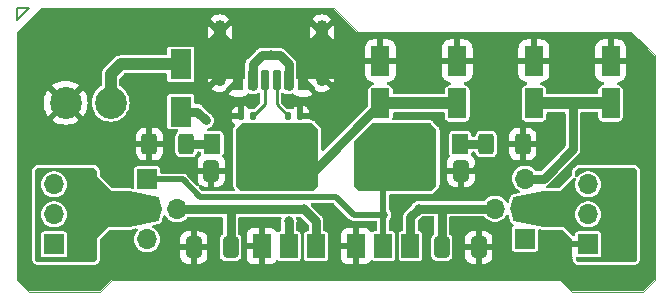
<source format=gbr>
%TF.GenerationSoftware,KiCad,Pcbnew,(7.0.0)*%
%TF.CreationDate,2023-03-29T15:29:01+01:00*%
%TF.ProjectId,MicroBBPS,4d696372-6f42-4425-9053-2e6b69636164,rev?*%
%TF.SameCoordinates,Original*%
%TF.FileFunction,Copper,L1,Top*%
%TF.FilePolarity,Positive*%
%FSLAX46Y46*%
G04 Gerber Fmt 4.6, Leading zero omitted, Abs format (unit mm)*
G04 Created by KiCad (PCBNEW (7.0.0)) date 2023-03-29 15:29:01*
%MOMM*%
%LPD*%
G01*
G04 APERTURE LIST*
G04 Aperture macros list*
%AMRoundRect*
0 Rectangle with rounded corners*
0 $1 Rounding radius*
0 $2 $3 $4 $5 $6 $7 $8 $9 X,Y pos of 4 corners*
0 Add a 4 corners polygon primitive as box body*
4,1,4,$2,$3,$4,$5,$6,$7,$8,$9,$2,$3,0*
0 Add four circle primitives for the rounded corners*
1,1,$1+$1,$2,$3*
1,1,$1+$1,$4,$5*
1,1,$1+$1,$6,$7*
1,1,$1+$1,$8,$9*
0 Add four rect primitives between the rounded corners*
20,1,$1+$1,$2,$3,$4,$5,0*
20,1,$1+$1,$4,$5,$6,$7,0*
20,1,$1+$1,$6,$7,$8,$9,0*
20,1,$1+$1,$8,$9,$2,$3,0*%
G04 Aperture macros list end*
%TA.AperFunction,SMDPad,CuDef*%
%ADD10RoundRect,0.249999X0.412501X0.650001X-0.412501X0.650001X-0.412501X-0.650001X0.412501X-0.650001X0*%
%TD*%
%TA.AperFunction,SMDPad,CuDef*%
%ADD11RoundRect,0.249999X-0.412501X-0.650001X0.412501X-0.650001X0.412501X0.650001X-0.412501X0.650001X0*%
%TD*%
%TA.AperFunction,SMDPad,CuDef*%
%ADD12RoundRect,0.250000X0.550000X-1.050000X0.550000X1.050000X-0.550000X1.050000X-0.550000X-1.050000X0*%
%TD*%
%TA.AperFunction,SMDPad,CuDef*%
%ADD13RoundRect,0.250000X-0.462500X-0.625000X0.462500X-0.625000X0.462500X0.625000X-0.462500X0.625000X0*%
%TD*%
%TA.AperFunction,SMDPad,CuDef*%
%ADD14R,1.800000X2.500000*%
%TD*%
%TA.AperFunction,SMDPad,CuDef*%
%ADD15RoundRect,0.250000X0.462500X0.625000X-0.462500X0.625000X-0.462500X-0.625000X0.462500X-0.625000X0*%
%TD*%
%TA.AperFunction,ComponentPad*%
%ADD16C,2.700000*%
%TD*%
%TA.AperFunction,ComponentPad*%
%ADD17R,1.700000X1.700000*%
%TD*%
%TA.AperFunction,ComponentPad*%
%ADD18O,1.700000X1.700000*%
%TD*%
%TA.AperFunction,SMDPad,CuDef*%
%ADD19RoundRect,0.250000X-0.400000X-0.625000X0.400000X-0.625000X0.400000X0.625000X-0.400000X0.625000X0*%
%TD*%
%TA.AperFunction,SMDPad,CuDef*%
%ADD20RoundRect,0.250000X0.400000X0.625000X-0.400000X0.625000X-0.400000X-0.625000X0.400000X-0.625000X0*%
%TD*%
%TA.AperFunction,SMDPad,CuDef*%
%ADD21R,1.500000X2.000000*%
%TD*%
%TA.AperFunction,SMDPad,CuDef*%
%ADD22R,3.800000X2.000000*%
%TD*%
%TA.AperFunction,SMDPad,CuDef*%
%ADD23RoundRect,0.135000X-0.135000X-0.185000X0.135000X-0.185000X0.135000X0.185000X-0.135000X0.185000X0*%
%TD*%
%TA.AperFunction,SMDPad,CuDef*%
%ADD24RoundRect,0.175000X0.175000X0.700000X-0.175000X0.700000X-0.175000X-0.700000X0.175000X-0.700000X0*%
%TD*%
%TA.AperFunction,SMDPad,CuDef*%
%ADD25RoundRect,0.200000X0.200000X0.675000X-0.200000X0.675000X-0.200000X-0.675000X0.200000X-0.675000X0*%
%TD*%
%TA.AperFunction,SMDPad,CuDef*%
%ADD26RoundRect,0.225000X0.225000X0.650000X-0.225000X0.650000X-0.225000X-0.650000X0.225000X-0.650000X0*%
%TD*%
%TA.AperFunction,ComponentPad*%
%ADD27O,1.000000X1.750000*%
%TD*%
%TA.AperFunction,ComponentPad*%
%ADD28O,1.000000X2.000000*%
%TD*%
%TA.AperFunction,SMDPad,CuDef*%
%ADD29RoundRect,0.135000X0.135000X0.185000X-0.135000X0.185000X-0.135000X-0.185000X0.135000X-0.185000X0*%
%TD*%
%TA.AperFunction,ViaPad*%
%ADD30C,0.800000*%
%TD*%
%TA.AperFunction,Conductor*%
%ADD31C,0.200000*%
%TD*%
%TA.AperFunction,Conductor*%
%ADD32C,0.750000*%
%TD*%
%TA.AperFunction,Conductor*%
%ADD33C,0.500000*%
%TD*%
%TA.AperFunction,Conductor*%
%ADD34C,1.000000*%
%TD*%
%TA.AperFunction,Conductor*%
%ADD35C,0.250000*%
%TD*%
%TA.AperFunction,Profile*%
%ADD36C,0.050000*%
%TD*%
G04 APERTURE END LIST*
D10*
%TO.P,C1,1*%
%TO.N,VS*%
X18062500Y-20250000D03*
%TO.P,C1,2*%
%TO.N,GND*%
X14937500Y-20250000D03*
%TD*%
D11*
%TO.P,C2,1*%
%TO.N,+5V*%
X34437500Y-13750000D03*
%TO.P,C2,2*%
%TO.N,GND*%
X37562500Y-13750000D03*
%TD*%
%TO.P,C3,1*%
%TO.N,VS*%
X35937500Y-20250000D03*
%TO.P,C3,2*%
%TO.N,GND*%
X39062500Y-20250000D03*
%TD*%
D10*
%TO.P,C4,1*%
%TO.N,+3.3V*%
X19562500Y-13750000D03*
%TO.P,C4,2*%
%TO.N,GND*%
X16437500Y-13750000D03*
%TD*%
D12*
%TO.P,C5,1*%
%TO.N,+5V*%
X50250000Y-8050000D03*
%TO.P,C5,2*%
%TO.N,GND*%
X50250000Y-4450000D03*
%TD*%
%TO.P,C6,1*%
%TO.N,+5V*%
X43750000Y-8050000D03*
%TO.P,C6,2*%
%TO.N,GND*%
X43750000Y-4450000D03*
%TD*%
%TO.P,C7,1*%
%TO.N,+3.3V*%
X37250000Y-8050000D03*
%TO.P,C7,2*%
%TO.N,GND*%
X37250000Y-4450000D03*
%TD*%
%TO.P,C8,1*%
%TO.N,+3.3V*%
X30750000Y-8050000D03*
%TO.P,C8,2*%
%TO.N,GND*%
X30750000Y-4450000D03*
%TD*%
D13*
%TO.P,D1,1,K*%
%TO.N,Net-(D1-K)*%
X16512500Y-11500000D03*
%TO.P,D1,2,A*%
%TO.N,+3.3V*%
X19487500Y-11500000D03*
%TD*%
D14*
%TO.P,D2,1,K*%
%TO.N,VS*%
X13849999Y-8749999D03*
%TO.P,D2,2,A*%
%TO.N,Net-(D2-A)*%
X13849999Y-4749999D03*
%TD*%
D15*
%TO.P,D3,1,K*%
%TO.N,Net-(D3-K)*%
X37487500Y-11500000D03*
%TO.P,D3,2,A*%
%TO.N,+5V*%
X34512500Y-11500000D03*
%TD*%
D16*
%TO.P,J5,1,Pin_1*%
%TO.N,Net-(D2-A)*%
X7905000Y-8000000D03*
%TO.P,J5,2,Pin_2*%
%TO.N,GND*%
X4095000Y-8000000D03*
%TD*%
D17*
%TO.P,J8,1*%
%TO.N,+3.3V*%
X42999999Y-19499999D03*
D18*
%TO.P,J8,2*%
%TO.N,VoutRight*%
X42999999Y-16959999D03*
%TO.P,J8,3*%
%TO.N,+5V*%
X42999999Y-14419999D03*
%TO.P,J8,4*%
%TO.N,VS*%
X40459999Y-16959999D03*
%TD*%
D19*
%TO.P,R1,1*%
%TO.N,Net-(D3-K)*%
X39700000Y-11500000D03*
%TO.P,R1,2*%
%TO.N,GND*%
X42800000Y-11500000D03*
%TD*%
D20*
%TO.P,R2,1*%
%TO.N,Net-(D1-K)*%
X14300000Y-11500000D03*
%TO.P,R2,2*%
%TO.N,GND*%
X11200000Y-11500000D03*
%TD*%
D21*
%TO.P,U1,1,GND*%
%TO.N,GND*%
X28699999Y-20149999D03*
%TO.P,U1,2,VO*%
%TO.N,+5V*%
X30999999Y-20149999D03*
D22*
X30999999Y-13849999D03*
D21*
%TO.P,U1,3,VI*%
%TO.N,VS*%
X33299999Y-20149999D03*
%TD*%
%TO.P,U3,1,GND*%
%TO.N,GND*%
X20699999Y-20149999D03*
%TO.P,U3,2,VO*%
%TO.N,+3.3V*%
X22999999Y-20149999D03*
D22*
X22999999Y-13849999D03*
D21*
%TO.P,U3,3,VI*%
%TO.N,VS*%
X25299999Y-20149999D03*
%TD*%
D17*
%TO.P,J9,1*%
%TO.N,+5V*%
X10999999Y-14499999D03*
D18*
%TO.P,J9,2*%
%TO.N,VoutLeft*%
X10999999Y-17039999D03*
%TO.P,J9,3*%
%TO.N,+3.3V*%
X10999999Y-19579999D03*
%TO.P,J9,4*%
%TO.N,VS*%
X13539999Y-17039999D03*
%TD*%
D23*
%TO.P,R4,1*%
%TO.N,/CC1*%
X22953000Y-9104000D03*
%TO.P,R4,2*%
%TO.N,GND*%
X23973000Y-9104000D03*
%TD*%
D24*
%TO.P,J1,A5,CC1*%
%TO.N,/CC1*%
X21963000Y-6104000D03*
D25*
%TO.P,J1,A9,VBUS*%
%TO.N,+5V*%
X19943000Y-6104000D03*
D26*
%TO.P,J1,A12,GND*%
%TO.N,GND*%
X18713000Y-6104000D03*
D24*
%TO.P,J1,B5,CC2*%
%TO.N,/CC2*%
X20963000Y-6104000D03*
D25*
%TO.P,J1,B9,VBUS*%
%TO.N,+5V*%
X22983000Y-6104000D03*
D26*
%TO.P,J1,B12,GND*%
%TO.N,GND*%
X24213000Y-6104000D03*
D27*
%TO.P,J1,S1,SHIELD*%
X25782999Y-5728999D03*
D28*
X25782999Y-2028999D03*
D27*
X17142999Y-5728999D03*
D28*
X17142999Y-2028999D03*
%TD*%
D29*
%TO.P,R3,1*%
%TO.N,/CC2*%
X19973000Y-9104000D03*
%TO.P,R3,2*%
%TO.N,GND*%
X18953000Y-9104000D03*
%TD*%
D17*
%TO.P,J3,1,Pin_1*%
%TO.N,GND*%
X3119999Y-19999999D03*
D18*
%TO.P,J3,2,Pin_2*%
%TO.N,VoutLeft*%
X5659999Y-19999999D03*
%TO.P,J3,3,Pin_3*%
%TO.N,GND*%
X3119999Y-17459999D03*
%TO.P,J3,4,Pin_4*%
%TO.N,VoutLeft*%
X5659999Y-17459999D03*
%TO.P,J3,5,Pin_5*%
%TO.N,GND*%
X3119999Y-14919999D03*
%TO.P,J3,6,Pin_6*%
%TO.N,VoutLeft*%
X5659999Y-14919999D03*
%TD*%
D17*
%TO.P,J4,1,Pin_1*%
%TO.N,GND*%
X48339999Y-19999999D03*
D18*
%TO.P,J4,2,Pin_2*%
%TO.N,VoutRight*%
X50879999Y-19999999D03*
%TO.P,J4,3,Pin_3*%
%TO.N,GND*%
X48339999Y-17459999D03*
%TO.P,J4,4,Pin_4*%
%TO.N,VoutRight*%
X50879999Y-17459999D03*
%TO.P,J4,5,Pin_5*%
%TO.N,GND*%
X48339999Y-14919999D03*
%TO.P,J4,6,Pin_6*%
%TO.N,VoutRight*%
X50879999Y-14919999D03*
%TD*%
D30*
%TO.N,GND*%
X37500000Y-18500000D03*
X27000000Y-17500000D03*
X39000000Y-13500000D03*
X15500000Y-18500000D03*
%TO.N,VS*%
X16000000Y-9500000D03*
X34040000Y-16960000D03*
X24290000Y-17040000D03*
%TO.N,+5V*%
X21450000Y-4000000D03*
X31000000Y-17500000D03*
%TO.N,+3.3V*%
X23000000Y-18015000D03*
X22047200Y-11480800D03*
%TD*%
D31*
%TO.N,*%
X1000000Y0D02*
X0Y0D01*
X0Y0D02*
X0Y-1000000D01*
X0Y-1000000D02*
X1000000Y0D01*
D32*
%TO.N,VS*%
X25300000Y-18050000D02*
X25300000Y-20150000D01*
X40460000Y-16960000D02*
X35790000Y-16960000D01*
X18062500Y-17062500D02*
X18040000Y-17040000D01*
X35937500Y-17107500D02*
X35790000Y-16960000D01*
X34040000Y-16960000D02*
X33300000Y-17700000D01*
X24290000Y-17040000D02*
X25300000Y-18050000D01*
X18040000Y-17040000D02*
X24290000Y-17040000D01*
X35937500Y-20250000D02*
X35937500Y-17107500D01*
X15250000Y-8750000D02*
X16000000Y-9500000D01*
X13540000Y-17040000D02*
X18040000Y-17040000D01*
X13850000Y-8750000D02*
X15250000Y-8750000D01*
X18062500Y-20250000D02*
X18062500Y-17062500D01*
X35790000Y-16960000D02*
X34040000Y-16960000D01*
X33300000Y-17700000D02*
X33300000Y-20150000D01*
%TO.N,+5V*%
X34437500Y-13750000D02*
X31100000Y-13750000D01*
X22987000Y-6100000D02*
X22983000Y-6104000D01*
D33*
X15500000Y-16000000D02*
X27000000Y-16000000D01*
D32*
X43000000Y-14420000D02*
X44580000Y-14420000D01*
D33*
X31000000Y-20150000D02*
X31000000Y-17500000D01*
D32*
X22225000Y-4000000D02*
X22987000Y-4762000D01*
X47050000Y-11950000D02*
X47050000Y-8050000D01*
X34512500Y-11500000D02*
X34512500Y-13675000D01*
D33*
X31000000Y-17500000D02*
X31000000Y-13850000D01*
X28500000Y-17500000D02*
X31000000Y-17500000D01*
D32*
X34512500Y-13675000D02*
X34437500Y-13750000D01*
X20701000Y-4000000D02*
X22225000Y-4000000D01*
X19943000Y-6604000D02*
X19943000Y-5584000D01*
X22987000Y-4762000D02*
X22987000Y-6100000D01*
D34*
X47050000Y-8050000D02*
X50250000Y-8050000D01*
D33*
X11000000Y-14500000D02*
X14000000Y-14500000D01*
D35*
X22987000Y-6600000D02*
X22983000Y-6604000D01*
D33*
X14000000Y-14500000D02*
X15500000Y-16000000D01*
D32*
X19943000Y-6104000D02*
X19943000Y-4758000D01*
D34*
X43750000Y-8050000D02*
X47050000Y-8050000D01*
D32*
X31100000Y-13750000D02*
X31000000Y-13850000D01*
X44580000Y-14420000D02*
X47050000Y-11950000D01*
X19943000Y-4758000D02*
X20701000Y-4000000D01*
X22987000Y-5588000D02*
X22987000Y-6600000D01*
D33*
X27000000Y-16000000D02*
X28500000Y-17500000D01*
D32*
%TO.N,+3.3V*%
X19487500Y-13675000D02*
X19562500Y-13750000D01*
X19487500Y-11500000D02*
X19487500Y-13675000D01*
X23000000Y-13850000D02*
X25030000Y-13850000D01*
X23000000Y-20150000D02*
X23000000Y-18015000D01*
X25030000Y-13850000D02*
X30750000Y-8130000D01*
X30750000Y-8130000D02*
X30750000Y-8050000D01*
X22900000Y-13750000D02*
X23000000Y-13850000D01*
X22047200Y-11480800D02*
X19506700Y-11480800D01*
D34*
X30750000Y-8050000D02*
X37250000Y-8050000D01*
D35*
X19506700Y-11480800D02*
X19487500Y-11500000D01*
D32*
X19562500Y-13750000D02*
X22900000Y-13750000D01*
%TO.N,Net-(D1-K)*%
X14300000Y-11500000D02*
X16512500Y-11500000D01*
D34*
%TO.N,Net-(D2-A)*%
X7905000Y-8000000D02*
X7905000Y-5595000D01*
X7905000Y-5595000D02*
X8750000Y-4750000D01*
X8750000Y-4750000D02*
X13000000Y-4750000D01*
D32*
%TO.N,Net-(D3-K)*%
X37487500Y-11500000D02*
X39700000Y-11500000D01*
D35*
%TO.N,/CC1*%
X21963000Y-6104000D02*
X21963000Y-8114000D01*
X21963000Y-8114000D02*
X22953000Y-9104000D01*
%TO.N,/CC2*%
X20963000Y-6104000D02*
X20963000Y-8114000D01*
X20963000Y-8114000D02*
X19973000Y-9104000D01*
%TD*%
%TA.AperFunction,Conductor*%
%TO.N,VoutLeft*%
G36*
X6496028Y-13509591D02*
G01*
X6536905Y-13536905D01*
X6713095Y-13713095D01*
X6740409Y-13753972D01*
X6750000Y-13802190D01*
X6750000Y-14250000D01*
X8000000Y-15500000D01*
X9487524Y-15500000D01*
X9512235Y-15502447D01*
X11921813Y-15984362D01*
X11984052Y-16016725D01*
X12019339Y-16077356D01*
X12242360Y-16969441D01*
X12242360Y-17030559D01*
X12019339Y-17922643D01*
X11984052Y-17983274D01*
X11921812Y-18015637D01*
X9512235Y-18497553D01*
X9487524Y-18500000D01*
X7750000Y-18500000D01*
X7741227Y-18508772D01*
X7741224Y-18508775D01*
X6758775Y-19491224D01*
X6758772Y-19491227D01*
X6750000Y-19500000D01*
X6750000Y-19512410D01*
X6750000Y-21197810D01*
X6740409Y-21246028D01*
X6713095Y-21286905D01*
X6536905Y-21463095D01*
X6496028Y-21490409D01*
X6447810Y-21500000D01*
X1802190Y-21500000D01*
X1753972Y-21490409D01*
X1713095Y-21463095D01*
X1536905Y-21286905D01*
X1509591Y-21246028D01*
X1500000Y-21197810D01*
X1500000Y-20874674D01*
X2019500Y-20874674D01*
X2020705Y-20880732D01*
X2020706Y-20880741D01*
X2031518Y-20935092D01*
X2034034Y-20947740D01*
X2089399Y-21030601D01*
X2172260Y-21085966D01*
X2245326Y-21100500D01*
X3988487Y-21100500D01*
X3994674Y-21100500D01*
X4067740Y-21085966D01*
X4150601Y-21030601D01*
X4205966Y-20947740D01*
X4220500Y-20874674D01*
X4220500Y-19125326D01*
X4205966Y-19052260D01*
X4150601Y-18969399D01*
X4140285Y-18962506D01*
X4078057Y-18920927D01*
X4078055Y-18920926D01*
X4067740Y-18914034D01*
X4055092Y-18911518D01*
X4000741Y-18900706D01*
X4000732Y-18900705D01*
X3994674Y-18899500D01*
X2245326Y-18899500D01*
X2239268Y-18900704D01*
X2239258Y-18900706D01*
X2184430Y-18911613D01*
X2184429Y-18911613D01*
X2172260Y-18914034D01*
X2161946Y-18920925D01*
X2161942Y-18920927D01*
X2099714Y-18962506D01*
X2099711Y-18962508D01*
X2089399Y-18969399D01*
X2082508Y-18979711D01*
X2082506Y-18979714D01*
X2040927Y-19041942D01*
X2040925Y-19041946D01*
X2034034Y-19052260D01*
X2031613Y-19064429D01*
X2031613Y-19064430D01*
X2020706Y-19119258D01*
X2020704Y-19119268D01*
X2019500Y-19125326D01*
X2019500Y-20874674D01*
X1500000Y-20874674D01*
X1500000Y-17460000D01*
X2014785Y-17460000D01*
X2033603Y-17663083D01*
X2089418Y-17859250D01*
X2092009Y-17864454D01*
X2092012Y-17864461D01*
X2151174Y-17983274D01*
X2180327Y-18041821D01*
X2183835Y-18046467D01*
X2183838Y-18046471D01*
X2299723Y-18199928D01*
X2299727Y-18199932D01*
X2303236Y-18204579D01*
X2307538Y-18208501D01*
X2307541Y-18208504D01*
X2394684Y-18287945D01*
X2453959Y-18341981D01*
X2627363Y-18449348D01*
X2817544Y-18523024D01*
X3018024Y-18560500D01*
X3216148Y-18560500D01*
X3221976Y-18560500D01*
X3422456Y-18523024D01*
X3612637Y-18449348D01*
X3786041Y-18341981D01*
X3936764Y-18204579D01*
X4059673Y-18041821D01*
X4150582Y-17859250D01*
X4206397Y-17663083D01*
X4225215Y-17460000D01*
X4206397Y-17256917D01*
X4150582Y-17060750D01*
X4059673Y-16878179D01*
X3936764Y-16715421D01*
X3932461Y-16711498D01*
X3932458Y-16711495D01*
X3790343Y-16581941D01*
X3786041Y-16578019D01*
X3708478Y-16529994D01*
X3617596Y-16473722D01*
X3617592Y-16473720D01*
X3612637Y-16470652D01*
X3607206Y-16468548D01*
X3607202Y-16468546D01*
X3427882Y-16399078D01*
X3427881Y-16399077D01*
X3422456Y-16396976D01*
X3416737Y-16395907D01*
X3416734Y-16395906D01*
X3227702Y-16360570D01*
X3227698Y-16360569D01*
X3221976Y-16359500D01*
X3018024Y-16359500D01*
X3012302Y-16360569D01*
X3012297Y-16360570D01*
X2823265Y-16395906D01*
X2823259Y-16395907D01*
X2817544Y-16396976D01*
X2812121Y-16399076D01*
X2812117Y-16399078D01*
X2632797Y-16468546D01*
X2632789Y-16468549D01*
X2627363Y-16470652D01*
X2622412Y-16473717D01*
X2622403Y-16473722D01*
X2458912Y-16574952D01*
X2453959Y-16578019D01*
X2449660Y-16581937D01*
X2449656Y-16581941D01*
X2307541Y-16711495D01*
X2307533Y-16711503D01*
X2303236Y-16715421D01*
X2299731Y-16720061D01*
X2299723Y-16720071D01*
X2183838Y-16873528D01*
X2183832Y-16873537D01*
X2180327Y-16878179D01*
X2177733Y-16883386D01*
X2177730Y-16883393D01*
X2092012Y-17055538D01*
X2092007Y-17055549D01*
X2089418Y-17060750D01*
X2087826Y-17066343D01*
X2087824Y-17066350D01*
X2035196Y-17251317D01*
X2033603Y-17256917D01*
X2014785Y-17460000D01*
X1500000Y-17460000D01*
X1500000Y-14920000D01*
X2014785Y-14920000D01*
X2033603Y-15123083D01*
X2089418Y-15319250D01*
X2092009Y-15324454D01*
X2092012Y-15324461D01*
X2153398Y-15447740D01*
X2180327Y-15501821D01*
X2183835Y-15506467D01*
X2183838Y-15506471D01*
X2299723Y-15659928D01*
X2299727Y-15659932D01*
X2303236Y-15664579D01*
X2307538Y-15668501D01*
X2307541Y-15668504D01*
X2394684Y-15747945D01*
X2453959Y-15801981D01*
X2627363Y-15909348D01*
X2817544Y-15983024D01*
X3018024Y-16020500D01*
X3216148Y-16020500D01*
X3221976Y-16020500D01*
X3422456Y-15983024D01*
X3612637Y-15909348D01*
X3786041Y-15801981D01*
X3936764Y-15664579D01*
X4059673Y-15501821D01*
X4150582Y-15319250D01*
X4206397Y-15123083D01*
X4225215Y-14920000D01*
X4206397Y-14716917D01*
X4150582Y-14520750D01*
X4059673Y-14338179D01*
X4023250Y-14289947D01*
X3940276Y-14180071D01*
X3940273Y-14180067D01*
X3936764Y-14175421D01*
X3932461Y-14171498D01*
X3932458Y-14171495D01*
X3790343Y-14041941D01*
X3786041Y-14038019D01*
X3708478Y-13989994D01*
X3617596Y-13933722D01*
X3617592Y-13933720D01*
X3612637Y-13930652D01*
X3607206Y-13928548D01*
X3607202Y-13928546D01*
X3427882Y-13859078D01*
X3427881Y-13859077D01*
X3422456Y-13856976D01*
X3416737Y-13855907D01*
X3416734Y-13855906D01*
X3227702Y-13820570D01*
X3227698Y-13820569D01*
X3221976Y-13819500D01*
X3018024Y-13819500D01*
X3012302Y-13820569D01*
X3012297Y-13820570D01*
X2823265Y-13855906D01*
X2823259Y-13855907D01*
X2817544Y-13856976D01*
X2812121Y-13859076D01*
X2812117Y-13859078D01*
X2632797Y-13928546D01*
X2632789Y-13928549D01*
X2627363Y-13930652D01*
X2622412Y-13933717D01*
X2622403Y-13933722D01*
X2458912Y-14034952D01*
X2453959Y-14038019D01*
X2449660Y-14041937D01*
X2449656Y-14041941D01*
X2307541Y-14171495D01*
X2307533Y-14171503D01*
X2303236Y-14175421D01*
X2299731Y-14180061D01*
X2299723Y-14180071D01*
X2183838Y-14333528D01*
X2183832Y-14333537D01*
X2180327Y-14338179D01*
X2177733Y-14343386D01*
X2177730Y-14343393D01*
X2092012Y-14515538D01*
X2092007Y-14515549D01*
X2089418Y-14520750D01*
X2087826Y-14526343D01*
X2087824Y-14526350D01*
X2035556Y-14710053D01*
X2033603Y-14716917D01*
X2014785Y-14920000D01*
X1500000Y-14920000D01*
X1500000Y-13802190D01*
X1509591Y-13753972D01*
X1536905Y-13713095D01*
X1713095Y-13536905D01*
X1753972Y-13509591D01*
X1802190Y-13500000D01*
X6447810Y-13500000D01*
X6496028Y-13509591D01*
G37*
%TD.AperFunction*%
%TD*%
%TA.AperFunction,Conductor*%
%TO.N,VoutRight*%
G36*
X52246028Y-13509591D02*
G01*
X52286905Y-13536905D01*
X52463095Y-13713095D01*
X52490409Y-13753972D01*
X52500000Y-13802190D01*
X52500000Y-21197810D01*
X52490409Y-21246028D01*
X52463095Y-21286905D01*
X52286905Y-21463095D01*
X52246028Y-21490409D01*
X52197810Y-21500000D01*
X47552190Y-21500000D01*
X47503972Y-21490409D01*
X47463095Y-21463095D01*
X47303620Y-21303620D01*
X47271446Y-21248726D01*
X47270196Y-21185110D01*
X47300191Y-21128996D01*
X47353780Y-21094692D01*
X47417295Y-21090946D01*
X47465326Y-21100500D01*
X49208487Y-21100500D01*
X49214674Y-21100500D01*
X49287740Y-21085966D01*
X49370601Y-21030601D01*
X49425966Y-20947740D01*
X49440500Y-20874674D01*
X49440500Y-19125326D01*
X49425966Y-19052260D01*
X49370601Y-18969399D01*
X49360285Y-18962506D01*
X49298057Y-18920927D01*
X49298055Y-18920926D01*
X49287740Y-18914034D01*
X49275092Y-18911518D01*
X49220741Y-18900706D01*
X49220732Y-18900705D01*
X49214674Y-18899500D01*
X47465326Y-18899500D01*
X47459268Y-18900704D01*
X47459258Y-18900706D01*
X47404430Y-18911613D01*
X47404429Y-18911613D01*
X47392260Y-18914034D01*
X47381946Y-18920925D01*
X47381942Y-18920927D01*
X47319714Y-18962506D01*
X47319711Y-18962508D01*
X47309399Y-18969399D01*
X47302508Y-18979711D01*
X47302506Y-18979714D01*
X47260927Y-19041942D01*
X47260925Y-19041946D01*
X47254034Y-19052260D01*
X47251613Y-19064429D01*
X47251613Y-19064430D01*
X47240706Y-19119258D01*
X47240704Y-19119268D01*
X47239500Y-19125326D01*
X47239500Y-19131513D01*
X47239500Y-19185310D01*
X47225767Y-19242513D01*
X47187561Y-19287246D01*
X47133211Y-19309759D01*
X47074564Y-19305143D01*
X47024405Y-19274405D01*
X46258775Y-18508775D01*
X46250000Y-18500000D01*
X46237590Y-18500000D01*
X44512476Y-18500000D01*
X44487765Y-18497553D01*
X42078187Y-18015637D01*
X42015947Y-17983274D01*
X41980661Y-17922645D01*
X41865000Y-17460000D01*
X47234785Y-17460000D01*
X47253603Y-17663083D01*
X47309418Y-17859250D01*
X47312009Y-17864454D01*
X47312012Y-17864461D01*
X47371174Y-17983274D01*
X47400327Y-18041821D01*
X47403835Y-18046467D01*
X47403838Y-18046471D01*
X47519723Y-18199928D01*
X47519727Y-18199932D01*
X47523236Y-18204579D01*
X47527538Y-18208501D01*
X47527541Y-18208504D01*
X47614684Y-18287945D01*
X47673959Y-18341981D01*
X47847363Y-18449348D01*
X48037544Y-18523024D01*
X48238024Y-18560500D01*
X48436148Y-18560500D01*
X48441976Y-18560500D01*
X48642456Y-18523024D01*
X48832637Y-18449348D01*
X49006041Y-18341981D01*
X49156764Y-18204579D01*
X49279673Y-18041821D01*
X49370582Y-17859250D01*
X49426397Y-17663083D01*
X49445215Y-17460000D01*
X49426397Y-17256917D01*
X49370582Y-17060750D01*
X49279673Y-16878179D01*
X49156764Y-16715421D01*
X49152461Y-16711498D01*
X49152458Y-16711495D01*
X49010343Y-16581941D01*
X49006041Y-16578019D01*
X48928478Y-16529994D01*
X48837596Y-16473722D01*
X48837592Y-16473720D01*
X48832637Y-16470652D01*
X48827206Y-16468548D01*
X48827202Y-16468546D01*
X48647882Y-16399078D01*
X48647881Y-16399077D01*
X48642456Y-16396976D01*
X48636737Y-16395907D01*
X48636734Y-16395906D01*
X48447702Y-16360570D01*
X48447698Y-16360569D01*
X48441976Y-16359500D01*
X48238024Y-16359500D01*
X48232302Y-16360569D01*
X48232297Y-16360570D01*
X48043265Y-16395906D01*
X48043259Y-16395907D01*
X48037544Y-16396976D01*
X48032121Y-16399076D01*
X48032117Y-16399078D01*
X47852797Y-16468546D01*
X47852789Y-16468549D01*
X47847363Y-16470652D01*
X47842412Y-16473717D01*
X47842403Y-16473722D01*
X47678912Y-16574952D01*
X47673959Y-16578019D01*
X47669660Y-16581937D01*
X47669656Y-16581941D01*
X47527541Y-16711495D01*
X47527533Y-16711503D01*
X47523236Y-16715421D01*
X47519731Y-16720061D01*
X47519723Y-16720071D01*
X47403838Y-16873528D01*
X47403832Y-16873537D01*
X47400327Y-16878179D01*
X47397733Y-16883386D01*
X47397730Y-16883393D01*
X47312012Y-17055538D01*
X47312007Y-17055549D01*
X47309418Y-17060750D01*
X47307826Y-17066343D01*
X47307824Y-17066350D01*
X47255196Y-17251317D01*
X47253603Y-17256917D01*
X47234785Y-17460000D01*
X41865000Y-17460000D01*
X41757639Y-17030556D01*
X41757639Y-16969444D01*
X41980661Y-16077352D01*
X42015947Y-16016725D01*
X42078185Y-15984362D01*
X44487765Y-15502447D01*
X44512476Y-15500000D01*
X45987590Y-15500000D01*
X46000000Y-15500000D01*
X47097665Y-14402334D01*
X47154522Y-14369625D01*
X47220118Y-14369928D01*
X47276673Y-14403162D01*
X47308857Y-14460321D01*
X47307948Y-14525912D01*
X47255196Y-14711314D01*
X47255193Y-14711326D01*
X47253603Y-14716917D01*
X47234785Y-14920000D01*
X47235322Y-14925795D01*
X47246299Y-15044264D01*
X47253603Y-15123083D01*
X47309418Y-15319250D01*
X47312009Y-15324454D01*
X47312012Y-15324461D01*
X47354281Y-15409348D01*
X47400327Y-15501821D01*
X47403835Y-15506467D01*
X47403838Y-15506471D01*
X47519723Y-15659928D01*
X47519727Y-15659932D01*
X47523236Y-15664579D01*
X47527538Y-15668501D01*
X47527541Y-15668504D01*
X47614684Y-15747945D01*
X47673959Y-15801981D01*
X47847363Y-15909348D01*
X48037544Y-15983024D01*
X48238024Y-16020500D01*
X48436148Y-16020500D01*
X48441976Y-16020500D01*
X48642456Y-15983024D01*
X48832637Y-15909348D01*
X49006041Y-15801981D01*
X49156764Y-15664579D01*
X49279673Y-15501821D01*
X49370582Y-15319250D01*
X49426397Y-15123083D01*
X49445215Y-14920000D01*
X49426397Y-14716917D01*
X49370582Y-14520750D01*
X49279673Y-14338179D01*
X49241000Y-14286967D01*
X49160276Y-14180071D01*
X49160273Y-14180067D01*
X49156764Y-14175421D01*
X49152461Y-14171498D01*
X49152458Y-14171495D01*
X49010343Y-14041941D01*
X49006041Y-14038019D01*
X48928478Y-13989994D01*
X48837596Y-13933722D01*
X48837592Y-13933720D01*
X48832637Y-13930652D01*
X48827206Y-13928548D01*
X48827202Y-13928546D01*
X48647882Y-13859078D01*
X48647881Y-13859077D01*
X48642456Y-13856976D01*
X48636737Y-13855907D01*
X48636734Y-13855906D01*
X48447702Y-13820570D01*
X48447698Y-13820569D01*
X48441976Y-13819500D01*
X48238024Y-13819500D01*
X48232302Y-13820569D01*
X48232297Y-13820570D01*
X48043265Y-13855906D01*
X48043259Y-13855907D01*
X48037544Y-13856976D01*
X48032121Y-13859076D01*
X48032117Y-13859078D01*
X47852797Y-13928546D01*
X47852789Y-13928549D01*
X47847363Y-13930652D01*
X47842412Y-13933717D01*
X47842403Y-13933722D01*
X47701849Y-14020750D01*
X47673959Y-14038019D01*
X47669660Y-14041937D01*
X47669656Y-14041941D01*
X47527541Y-14171495D01*
X47527533Y-14171503D01*
X47523236Y-14175421D01*
X47519731Y-14180061D01*
X47519723Y-14180071D01*
X47476550Y-14237243D01*
X47427957Y-14276100D01*
X47366694Y-14286967D01*
X47307701Y-14267194D01*
X47265362Y-14221603D01*
X47250000Y-14161311D01*
X47250000Y-13802190D01*
X47259591Y-13753972D01*
X47286905Y-13713095D01*
X47463095Y-13536905D01*
X47503972Y-13509591D01*
X47552190Y-13500000D01*
X52197810Y-13500000D01*
X52246028Y-13509591D01*
G37*
%TD.AperFunction*%
%TD*%
%TA.AperFunction,Conductor*%
%TO.N,GND*%
G36*
X27250000Y-6000000D02*
G01*
X23633500Y-6000000D01*
X23633500Y-5374734D01*
X23630646Y-5344301D01*
X23619570Y-5312649D01*
X23612500Y-5271036D01*
X23612500Y-4839703D01*
X23613016Y-4828743D01*
X23614673Y-4821333D01*
X23612562Y-4754145D01*
X23612500Y-4750188D01*
X23612500Y-4726607D01*
X23612500Y-4722650D01*
X23612003Y-4718724D01*
X23611994Y-4718566D01*
X23611078Y-4706935D01*
X23609710Y-4663373D01*
X23604163Y-4644283D01*
X23600154Y-4624922D01*
X23597664Y-4605208D01*
X23581621Y-4564688D01*
X23577775Y-4553455D01*
X23567830Y-4519224D01*
X23565618Y-4511610D01*
X23561581Y-4504783D01*
X23555500Y-4494500D01*
X23546802Y-4476746D01*
X23542403Y-4465636D01*
X23539486Y-4458268D01*
X23534826Y-4451855D01*
X23534824Y-4451850D01*
X23513872Y-4423012D01*
X23507355Y-4413091D01*
X23489208Y-4382406D01*
X23489203Y-4382399D01*
X23485170Y-4375580D01*
X23471119Y-4361529D01*
X23458277Y-4346494D01*
X23456123Y-4343529D01*
X23446594Y-4330413D01*
X23413016Y-4302635D01*
X23404235Y-4294645D01*
X22722235Y-3612644D01*
X22714849Y-3604526D01*
X22710786Y-3598123D01*
X22705011Y-3592700D01*
X22705008Y-3592696D01*
X22661775Y-3552097D01*
X22658934Y-3549343D01*
X22642275Y-3532684D01*
X22639471Y-3529880D01*
X22636338Y-3527449D01*
X22636266Y-3527386D01*
X22627351Y-3519771D01*
X22614214Y-3507435D01*
X22595582Y-3489938D01*
X22588642Y-3486123D01*
X22588633Y-3486116D01*
X22578158Y-3480358D01*
X22561639Y-3469507D01*
X22545936Y-3457327D01*
X22538662Y-3454179D01*
X22505929Y-3440013D01*
X22495275Y-3434793D01*
X22464038Y-3417621D01*
X22464034Y-3417619D01*
X22457092Y-3413803D01*
X22437835Y-3408858D01*
X22419147Y-3402460D01*
X22400896Y-3394562D01*
X22393070Y-3393322D01*
X22393069Y-3393322D01*
X22357854Y-3387744D01*
X22346236Y-3385338D01*
X22311702Y-3376472D01*
X22311697Y-3376471D01*
X22304019Y-3374500D01*
X22296090Y-3374500D01*
X22284144Y-3374500D01*
X22264434Y-3372949D01*
X22252633Y-3371080D01*
X22244804Y-3369840D01*
X22236920Y-3370585D01*
X22236912Y-3370585D01*
X22201421Y-3373941D01*
X22189563Y-3374500D01*
X21645715Y-3374500D01*
X21615562Y-3370839D01*
X21536380Y-3351322D01*
X21536374Y-3351321D01*
X21528985Y-3349500D01*
X21371015Y-3349500D01*
X21363626Y-3351321D01*
X21363619Y-3351322D01*
X21284438Y-3370839D01*
X21254285Y-3374500D01*
X20778703Y-3374500D01*
X20767743Y-3373983D01*
X20760333Y-3372327D01*
X20752406Y-3372576D01*
X20693159Y-3374438D01*
X20689201Y-3374500D01*
X20661650Y-3374500D01*
X20657729Y-3374994D01*
X20657634Y-3375001D01*
X20645942Y-3375921D01*
X20610292Y-3377042D01*
X20610291Y-3377042D01*
X20602373Y-3377291D01*
X20594766Y-3379500D01*
X20594759Y-3379502D01*
X20583279Y-3382837D01*
X20563932Y-3386844D01*
X20552075Y-3388342D01*
X20552073Y-3388342D01*
X20544208Y-3389336D01*
X20536838Y-3392253D01*
X20536833Y-3392255D01*
X20503673Y-3405383D01*
X20492451Y-3409225D01*
X20458218Y-3419171D01*
X20458214Y-3419172D01*
X20450610Y-3421382D01*
X20443795Y-3425411D01*
X20443788Y-3425415D01*
X20433494Y-3431503D01*
X20415753Y-3440194D01*
X20397268Y-3447514D01*
X20390863Y-3452166D01*
X20390858Y-3452170D01*
X20362014Y-3473126D01*
X20352100Y-3479638D01*
X20321405Y-3497792D01*
X20321396Y-3497798D01*
X20314580Y-3501830D01*
X20308977Y-3507432D01*
X20308974Y-3507435D01*
X20300517Y-3515891D01*
X20285496Y-3528720D01*
X20275827Y-3535745D01*
X20275823Y-3535748D01*
X20269413Y-3540406D01*
X20264363Y-3546509D01*
X20264361Y-3546512D01*
X20241634Y-3573984D01*
X20233646Y-3582762D01*
X19555643Y-4260764D01*
X19547526Y-4268149D01*
X19541123Y-4272214D01*
X19535701Y-4277987D01*
X19535698Y-4277990D01*
X19495127Y-4321192D01*
X19492379Y-4324028D01*
X19475675Y-4340733D01*
X19475668Y-4340740D01*
X19472880Y-4343529D01*
X19470465Y-4346641D01*
X19470395Y-4346721D01*
X19462773Y-4355645D01*
X19438365Y-4381637D01*
X19438359Y-4381644D01*
X19432938Y-4387418D01*
X19429119Y-4394363D01*
X19429114Y-4394371D01*
X19423356Y-4404844D01*
X19412509Y-4421357D01*
X19405187Y-4430797D01*
X19405183Y-4430802D01*
X19400327Y-4437064D01*
X19397179Y-4444336D01*
X19397180Y-4444336D01*
X19383018Y-4477061D01*
X19377798Y-4487715D01*
X19360624Y-4518955D01*
X19360620Y-4518963D01*
X19356803Y-4525908D01*
X19354831Y-4533587D01*
X19354831Y-4533588D01*
X19351859Y-4545161D01*
X19345459Y-4563853D01*
X19345098Y-4564688D01*
X19337562Y-4582104D01*
X19336321Y-4589932D01*
X19336321Y-4589936D01*
X19330743Y-4625149D01*
X19328338Y-4636764D01*
X19319471Y-4671300D01*
X19319470Y-4671307D01*
X19317500Y-4678981D01*
X19317500Y-4686911D01*
X19317500Y-4698856D01*
X19315949Y-4718565D01*
X19312840Y-4738196D01*
X19313585Y-4746079D01*
X19313585Y-4746087D01*
X19316941Y-4781579D01*
X19317500Y-4793437D01*
X19317500Y-5259604D01*
X19310429Y-5301218D01*
X19295354Y-5344301D01*
X19292500Y-5374734D01*
X19292500Y-5377687D01*
X19292500Y-6000000D01*
X15750000Y-6000000D01*
X15750000Y-2750000D01*
X27250000Y-2750000D01*
X27250000Y-6000000D01*
G37*
%TD.AperFunction*%
%TD*%
%TA.AperFunction,Conductor*%
%TO.N,+5V*%
G36*
X34996028Y-9759591D02*
G01*
X35036905Y-9786905D01*
X35463095Y-10213095D01*
X35490409Y-10253972D01*
X35500000Y-10302190D01*
X35500000Y-14947810D01*
X35490409Y-14996028D01*
X35463095Y-15036905D01*
X35036905Y-15463095D01*
X34996028Y-15490409D01*
X34947810Y-15500000D01*
X29052190Y-15500000D01*
X29003972Y-15490409D01*
X28963095Y-15463095D01*
X28536905Y-15036905D01*
X28509591Y-14996028D01*
X28500000Y-14947810D01*
X28500000Y-11316780D01*
X28509591Y-11268562D01*
X28536905Y-11227685D01*
X29977685Y-9786905D01*
X30018562Y-9759591D01*
X30066780Y-9750000D01*
X34947810Y-9750000D01*
X34996028Y-9759591D01*
G37*
%TD.AperFunction*%
%TD*%
%TA.AperFunction,Conductor*%
%TO.N,+3.3V*%
G36*
X24996028Y-9759591D02*
G01*
X25036905Y-9786905D01*
X25463095Y-10213095D01*
X25490409Y-10253972D01*
X25500000Y-10302190D01*
X25500000Y-14947810D01*
X25490409Y-14996028D01*
X25463095Y-15036905D01*
X25037405Y-15462595D01*
X24996528Y-15489909D01*
X24948310Y-15499500D01*
X19051690Y-15499500D01*
X19003472Y-15489909D01*
X18962595Y-15462595D01*
X18536905Y-15036905D01*
X18509591Y-14996028D01*
X18500000Y-14947810D01*
X18500000Y-10302190D01*
X18509591Y-10253972D01*
X18536905Y-10213095D01*
X18963095Y-9786905D01*
X19003972Y-9759591D01*
X19052190Y-9750000D01*
X24947810Y-9750000D01*
X24996028Y-9759591D01*
G37*
%TD.AperFunction*%
%TD*%
%TA.AperFunction,Conductor*%
%TO.N,GND*%
G36*
X48429773Y-16617145D02*
G01*
X48491151Y-16628618D01*
X48543931Y-16651922D01*
X48580790Y-16696310D01*
X48594000Y-16752473D01*
X48594000Y-18167526D01*
X48580791Y-18223689D01*
X48543932Y-18268076D01*
X48491153Y-18291381D01*
X48429774Y-18302855D01*
X48406621Y-18305000D01*
X48273378Y-18305000D01*
X48250225Y-18302854D01*
X48188847Y-18291380D01*
X48136068Y-18268076D01*
X48099209Y-18223689D01*
X48086000Y-18167526D01*
X48086000Y-16752473D01*
X48099210Y-16696310D01*
X48136069Y-16651922D01*
X48188849Y-16628618D01*
X48250227Y-16617145D01*
X48273378Y-16615000D01*
X48406622Y-16615000D01*
X48429773Y-16617145D01*
G37*
%TD.AperFunction*%
%TA.AperFunction,Conductor*%
G36*
X48531000Y-14682881D02*
G01*
X48577119Y-14729000D01*
X48594000Y-14792000D01*
X48594000Y-15627526D01*
X48580791Y-15683689D01*
X48543932Y-15728076D01*
X48491153Y-15751381D01*
X48429774Y-15762855D01*
X48406621Y-15765000D01*
X48273378Y-15765000D01*
X48250225Y-15762854D01*
X48188847Y-15751380D01*
X48136068Y-15728076D01*
X48099209Y-15683689D01*
X48086000Y-15627526D01*
X48086000Y-14792000D01*
X48102881Y-14729000D01*
X48149000Y-14682881D01*
X48212000Y-14666000D01*
X48468000Y-14666000D01*
X48531000Y-14682881D01*
G37*
%TD.AperFunction*%
%TA.AperFunction,Conductor*%
G36*
X3311000Y-19171881D02*
G01*
X3357119Y-19218000D01*
X3374000Y-19281000D01*
X3374000Y-20128000D01*
X3357119Y-20191000D01*
X3311000Y-20237119D01*
X3248000Y-20254000D01*
X2992000Y-20254000D01*
X2929000Y-20237119D01*
X2882881Y-20191000D01*
X2866000Y-20128000D01*
X2866000Y-19281000D01*
X2882881Y-19218000D01*
X2929000Y-19171881D01*
X2992000Y-19155000D01*
X3248000Y-19155000D01*
X3311000Y-19171881D01*
G37*
%TD.AperFunction*%
%TA.AperFunction,Conductor*%
G36*
X3209773Y-16617145D02*
G01*
X3271151Y-16628618D01*
X3323931Y-16651922D01*
X3360790Y-16696310D01*
X3374000Y-16752473D01*
X3374000Y-18167526D01*
X3360791Y-18223689D01*
X3323932Y-18268076D01*
X3271153Y-18291381D01*
X3209774Y-18302855D01*
X3186621Y-18305000D01*
X3053378Y-18305000D01*
X3030225Y-18302854D01*
X2968847Y-18291380D01*
X2916068Y-18268076D01*
X2879209Y-18223689D01*
X2866000Y-18167526D01*
X2866000Y-16752473D01*
X2879210Y-16696310D01*
X2916069Y-16651922D01*
X2968849Y-16628618D01*
X3030227Y-16617145D01*
X3053378Y-16615000D01*
X3186622Y-16615000D01*
X3209773Y-16617145D01*
G37*
%TD.AperFunction*%
%TA.AperFunction,Conductor*%
G36*
X3311000Y-14682881D02*
G01*
X3357119Y-14729000D01*
X3374000Y-14792000D01*
X3374000Y-15627526D01*
X3360791Y-15683689D01*
X3323932Y-15728076D01*
X3271153Y-15751381D01*
X3209774Y-15762855D01*
X3186621Y-15765000D01*
X3053378Y-15765000D01*
X3030225Y-15762854D01*
X2968847Y-15751380D01*
X2916068Y-15728076D01*
X2879209Y-15683689D01*
X2866000Y-15627526D01*
X2866000Y-14792000D01*
X2882881Y-14729000D01*
X2929000Y-14682881D01*
X2992000Y-14666000D01*
X3248000Y-14666000D01*
X3311000Y-14682881D01*
G37*
%TD.AperFunction*%
%TA.AperFunction,Conductor*%
G36*
X26798465Y-35091D02*
G01*
X26839342Y-62405D01*
X28787500Y-2010563D01*
X28791216Y-2015090D01*
X28791814Y-2015490D01*
X28793483Y-2019517D01*
X28798554Y-2021617D01*
X28798555Y-2021618D01*
X28813000Y-2027601D01*
X28817026Y-2025933D01*
X28817735Y-2026074D01*
X28823564Y-2025500D01*
X51937247Y-2025500D01*
X51985465Y-2035091D01*
X52026342Y-2062405D01*
X53935631Y-3971694D01*
X53962930Y-4012534D01*
X53972536Y-4060710D01*
X53974500Y-7201271D01*
X53974500Y-22937248D01*
X53964909Y-22985466D01*
X53937597Y-23026340D01*
X53026339Y-23937597D01*
X52985465Y-23964909D01*
X52937247Y-23974500D01*
X47062752Y-23974500D01*
X47014534Y-23964909D01*
X46973659Y-23937597D01*
X46025498Y-22989435D01*
X46021785Y-22984911D01*
X46021184Y-22984509D01*
X46019517Y-22980483D01*
X46014445Y-22978382D01*
X46000000Y-22972399D01*
X45995974Y-22974066D01*
X45995264Y-22973925D01*
X45989436Y-22974500D01*
X8010569Y-22974500D01*
X8004733Y-22973925D01*
X8004025Y-22974065D01*
X8000000Y-22972398D01*
X7987545Y-22977557D01*
X7980483Y-22980483D01*
X7978816Y-22984506D01*
X7978216Y-22984907D01*
X7974499Y-22989438D01*
X7026339Y-23937597D01*
X6985465Y-23964909D01*
X6937247Y-23974500D01*
X1062752Y-23974500D01*
X1014534Y-23964909D01*
X973659Y-23937597D01*
X62402Y-23026339D01*
X35091Y-22985465D01*
X25500Y-22937247D01*
X25500Y-21197810D01*
X1244500Y-21197810D01*
X1244802Y-21200881D01*
X1244803Y-21200892D01*
X1249104Y-21244567D01*
X1249106Y-21244584D01*
X1249409Y-21247655D01*
X1250011Y-21250684D01*
X1250013Y-21250694D01*
X1251411Y-21257720D01*
X1259000Y-21295873D01*
X1259897Y-21298830D01*
X1259899Y-21298838D01*
X1269534Y-21330601D01*
X1273540Y-21343805D01*
X1276457Y-21349263D01*
X1276458Y-21349264D01*
X1295700Y-21385262D01*
X1295705Y-21385271D01*
X1297153Y-21387979D01*
X1324467Y-21428856D01*
X1356239Y-21467571D01*
X1532429Y-21643761D01*
X1571144Y-21675533D01*
X1612021Y-21702847D01*
X1656195Y-21726460D01*
X1704127Y-21741000D01*
X1752345Y-21750591D01*
X1802190Y-21755500D01*
X6444716Y-21755500D01*
X6447810Y-21755500D01*
X6497655Y-21750591D01*
X6545873Y-21741000D01*
X6593805Y-21726460D01*
X6637979Y-21702847D01*
X6678856Y-21675533D01*
X6717571Y-21643761D01*
X6893761Y-21467571D01*
X6925533Y-21428856D01*
X6952847Y-21387979D01*
X6976460Y-21343805D01*
X6991000Y-21295873D01*
X7000591Y-21247655D01*
X7005500Y-21197810D01*
X7005500Y-20947301D01*
X13767001Y-20947301D01*
X13767326Y-20953695D01*
X13776906Y-21047482D01*
X13779769Y-21060853D01*
X13831035Y-21215565D01*
X13837192Y-21228767D01*
X13922511Y-21367091D01*
X13931558Y-21378532D01*
X14046467Y-21493441D01*
X14057908Y-21502488D01*
X14196232Y-21587807D01*
X14209434Y-21593964D01*
X14364152Y-21645232D01*
X14377510Y-21648092D01*
X14471306Y-21657674D01*
X14477696Y-21658000D01*
X14666910Y-21658000D01*
X14679993Y-21654493D01*
X14683500Y-21641410D01*
X14683500Y-21641409D01*
X15191500Y-21641409D01*
X15195006Y-21654492D01*
X15208090Y-21657999D01*
X15397301Y-21657999D01*
X15403695Y-21657673D01*
X15497482Y-21648093D01*
X15510853Y-21645230D01*
X15665565Y-21593964D01*
X15678767Y-21587807D01*
X15817091Y-21502488D01*
X15828532Y-21493441D01*
X15943441Y-21378532D01*
X15952488Y-21367091D01*
X16037807Y-21228767D01*
X16043964Y-21215565D01*
X16095232Y-21060847D01*
X16098092Y-21047489D01*
X16107674Y-20953693D01*
X16108000Y-20947304D01*
X16108000Y-20520590D01*
X16104493Y-20507506D01*
X16091410Y-20504000D01*
X15208090Y-20504000D01*
X15195006Y-20507506D01*
X15191500Y-20520590D01*
X15191500Y-21641409D01*
X14683500Y-21641409D01*
X14683500Y-20520590D01*
X14679993Y-20507506D01*
X14666910Y-20504000D01*
X13783591Y-20504000D01*
X13770507Y-20507506D01*
X13767001Y-20520590D01*
X13767001Y-20947301D01*
X7005500Y-20947301D01*
X7005500Y-19658022D01*
X7015091Y-19609804D01*
X7042405Y-19568927D01*
X7818927Y-18792405D01*
X7859804Y-18765091D01*
X7908022Y-18755500D01*
X9485979Y-18755500D01*
X9487524Y-18755500D01*
X9512702Y-18754256D01*
X9537413Y-18751809D01*
X9562343Y-18748091D01*
X10046386Y-18651282D01*
X10106596Y-18653939D01*
X10158683Y-18684255D01*
X10190732Y-18735295D01*
X10195410Y-18795382D01*
X10171647Y-18850767D01*
X10063838Y-18993528D01*
X10063832Y-18993537D01*
X10060327Y-18998179D01*
X10057733Y-19003386D01*
X10057730Y-19003393D01*
X9972012Y-19175538D01*
X9972007Y-19175549D01*
X9969418Y-19180750D01*
X9967826Y-19186343D01*
X9967824Y-19186350D01*
X9915196Y-19371317D01*
X9913603Y-19376917D01*
X9913066Y-19382709D01*
X9913066Y-19382711D01*
X9902736Y-19494194D01*
X9894785Y-19580000D01*
X9913603Y-19783083D01*
X9969418Y-19979250D01*
X9972009Y-19984454D01*
X9972012Y-19984461D01*
X9977758Y-19996000D01*
X10060327Y-20161821D01*
X10063835Y-20166467D01*
X10063838Y-20166471D01*
X10179723Y-20319928D01*
X10179727Y-20319932D01*
X10183236Y-20324579D01*
X10187538Y-20328501D01*
X10187541Y-20328504D01*
X10244843Y-20380741D01*
X10333959Y-20461981D01*
X10507363Y-20569348D01*
X10697544Y-20643024D01*
X10898024Y-20680500D01*
X11096148Y-20680500D01*
X11101976Y-20680500D01*
X11302456Y-20643024D01*
X11492637Y-20569348D01*
X11666041Y-20461981D01*
X11816764Y-20324579D01*
X11939673Y-20161821D01*
X12030502Y-19979410D01*
X13767000Y-19979410D01*
X13770506Y-19992493D01*
X13783590Y-19996000D01*
X14666910Y-19996000D01*
X14679993Y-19992493D01*
X14683500Y-19979410D01*
X15191500Y-19979410D01*
X15195006Y-19992493D01*
X15208090Y-19996000D01*
X16091409Y-19996000D01*
X16104492Y-19992493D01*
X16107999Y-19979410D01*
X16107999Y-19552699D01*
X16107673Y-19546304D01*
X16098093Y-19452517D01*
X16095230Y-19439146D01*
X16043964Y-19284434D01*
X16037807Y-19271232D01*
X15952488Y-19132908D01*
X15943441Y-19121467D01*
X15828532Y-19006558D01*
X15817091Y-18997511D01*
X15678767Y-18912192D01*
X15665565Y-18906035D01*
X15510847Y-18854767D01*
X15497489Y-18851907D01*
X15403693Y-18842325D01*
X15397304Y-18842000D01*
X15208090Y-18842000D01*
X15195006Y-18845506D01*
X15191500Y-18858590D01*
X15191500Y-19979410D01*
X14683500Y-19979410D01*
X14683500Y-18858591D01*
X14679993Y-18845507D01*
X14666910Y-18842001D01*
X14477699Y-18842001D01*
X14471304Y-18842326D01*
X14377517Y-18851906D01*
X14364146Y-18854769D01*
X14209434Y-18906035D01*
X14196232Y-18912192D01*
X14057908Y-18997511D01*
X14046467Y-19006558D01*
X13931558Y-19121467D01*
X13922511Y-19132908D01*
X13837192Y-19271232D01*
X13831035Y-19284434D01*
X13779767Y-19439152D01*
X13776907Y-19452510D01*
X13767325Y-19546306D01*
X13767000Y-19552697D01*
X13767000Y-19979410D01*
X12030502Y-19979410D01*
X12030582Y-19979250D01*
X12086397Y-19783083D01*
X12105215Y-19580000D01*
X12086397Y-19376917D01*
X12030582Y-19180750D01*
X11939673Y-18998179D01*
X11925729Y-18979714D01*
X11820276Y-18840071D01*
X11820273Y-18840067D01*
X11816764Y-18835421D01*
X11812461Y-18831498D01*
X11812458Y-18831495D01*
X11670343Y-18701941D01*
X11666041Y-18698019D01*
X11590521Y-18651259D01*
X11497593Y-18593720D01*
X11497587Y-18593717D01*
X11492637Y-18590652D01*
X11492272Y-18590510D01*
X11446882Y-18551472D01*
X11424837Y-18493621D01*
X11433006Y-18432254D01*
X11469418Y-18382185D01*
X11525279Y-18355503D01*
X11971920Y-18266175D01*
X12039682Y-18242324D01*
X12101922Y-18209961D01*
X12160369Y-18168186D01*
X12204876Y-18111793D01*
X12240163Y-18051162D01*
X12267210Y-17984611D01*
X12356116Y-17628984D01*
X12384622Y-17575340D01*
X12434916Y-17541268D01*
X12495306Y-17534690D01*
X12551757Y-17557133D01*
X12591145Y-17603381D01*
X12600327Y-17621821D01*
X12603835Y-17626467D01*
X12603838Y-17626471D01*
X12719723Y-17779928D01*
X12719727Y-17779932D01*
X12723236Y-17784579D01*
X12727538Y-17788501D01*
X12727541Y-17788504D01*
X12780770Y-17837028D01*
X12873959Y-17921981D01*
X13003112Y-18001949D01*
X13036414Y-18022569D01*
X13047363Y-18029348D01*
X13237544Y-18103024D01*
X13438024Y-18140500D01*
X13636148Y-18140500D01*
X13641976Y-18140500D01*
X13842456Y-18103024D01*
X14032637Y-18029348D01*
X14206041Y-17921981D01*
X14356764Y-17784579D01*
X14408879Y-17715568D01*
X14453266Y-17678709D01*
X14509429Y-17665500D01*
X17311000Y-17665500D01*
X17374000Y-17682381D01*
X17420119Y-17728500D01*
X17437000Y-17791500D01*
X17437000Y-19071176D01*
X17423672Y-19127576D01*
X17386509Y-19172044D01*
X17299664Y-19237054D01*
X17299660Y-19237057D01*
X17292453Y-19242453D01*
X17287057Y-19249660D01*
X17287054Y-19249664D01*
X17211604Y-19350454D01*
X17211601Y-19350459D01*
X17206204Y-19357669D01*
X17203056Y-19366109D01*
X17203055Y-19366111D01*
X17170828Y-19452517D01*
X17155909Y-19492516D01*
X17155066Y-19500349D01*
X17155066Y-19500353D01*
X17149859Y-19548777D01*
X17149857Y-19548796D01*
X17149500Y-19552126D01*
X17149500Y-20947874D01*
X17149858Y-20951204D01*
X17149859Y-20951222D01*
X17155066Y-20999646D01*
X17155909Y-21007484D01*
X17206204Y-21142331D01*
X17211603Y-21149543D01*
X17211604Y-21149545D01*
X17287054Y-21250335D01*
X17292453Y-21257547D01*
X17299664Y-21262945D01*
X17397874Y-21336464D01*
X17407669Y-21343796D01*
X17542516Y-21394091D01*
X17590900Y-21399293D01*
X17598777Y-21400140D01*
X17598778Y-21400140D01*
X17602126Y-21400500D01*
X18519507Y-21400500D01*
X18522874Y-21400500D01*
X18582484Y-21394091D01*
X18717331Y-21343796D01*
X18832547Y-21257547D01*
X18879202Y-21195223D01*
X19442000Y-21195223D01*
X19442359Y-21201938D01*
X19447662Y-21251257D01*
X19451259Y-21266478D01*
X19496405Y-21387519D01*
X19504954Y-21403175D01*
X19581697Y-21505692D01*
X19594307Y-21518302D01*
X19696824Y-21595045D01*
X19712480Y-21603594D01*
X19833521Y-21648740D01*
X19848742Y-21652337D01*
X19898061Y-21657640D01*
X19904777Y-21658000D01*
X20429410Y-21658000D01*
X20442493Y-21654493D01*
X20446000Y-21641410D01*
X20446000Y-20420590D01*
X20442493Y-20407506D01*
X20429410Y-20404000D01*
X19458590Y-20404000D01*
X19445506Y-20407506D01*
X19442000Y-20420590D01*
X19442000Y-21195223D01*
X18879202Y-21195223D01*
X18918796Y-21142331D01*
X18969091Y-21007484D01*
X18975500Y-20947874D01*
X18975500Y-19879410D01*
X19442000Y-19879410D01*
X19445506Y-19892493D01*
X19458590Y-19896000D01*
X20429410Y-19896000D01*
X20442493Y-19892493D01*
X20446000Y-19879410D01*
X20446000Y-18658590D01*
X20442493Y-18645506D01*
X20429410Y-18642000D01*
X19904777Y-18642000D01*
X19898061Y-18642359D01*
X19848742Y-18647662D01*
X19833521Y-18651259D01*
X19712480Y-18696405D01*
X19696824Y-18704954D01*
X19594307Y-18781697D01*
X19581697Y-18794307D01*
X19504954Y-18896824D01*
X19496405Y-18912480D01*
X19451259Y-19033521D01*
X19447662Y-19048742D01*
X19442359Y-19098061D01*
X19442000Y-19104777D01*
X19442000Y-19879410D01*
X18975500Y-19879410D01*
X18975500Y-19552126D01*
X18969091Y-19492516D01*
X18918796Y-19357669D01*
X18832547Y-19242453D01*
X18799881Y-19218000D01*
X18738491Y-19172044D01*
X18701328Y-19127576D01*
X18688000Y-19071176D01*
X18688000Y-17791500D01*
X18704881Y-17728500D01*
X18751000Y-17682381D01*
X18814000Y-17665500D01*
X22254295Y-17665500D01*
X22312850Y-17679932D01*
X22357991Y-17719923D01*
X22379376Y-17776311D01*
X22372108Y-17836177D01*
X22363763Y-17858182D01*
X22362844Y-17865749D01*
X22362844Y-17865750D01*
X22346560Y-17999859D01*
X22344722Y-18015000D01*
X22345641Y-18022569D01*
X22347778Y-18040172D01*
X22363763Y-18171818D01*
X22366466Y-18178946D01*
X22368290Y-18186345D01*
X22367766Y-18186474D01*
X22374500Y-18223219D01*
X22374500Y-18773500D01*
X22357619Y-18836500D01*
X22311500Y-18882619D01*
X22248500Y-18899500D01*
X22225326Y-18899500D01*
X22219268Y-18900704D01*
X22219258Y-18900706D01*
X22164430Y-18911613D01*
X22164429Y-18911613D01*
X22152260Y-18914034D01*
X22141943Y-18920927D01*
X22141939Y-18920929D01*
X22085246Y-18958809D01*
X22019742Y-18979963D01*
X21952896Y-18963535D01*
X21904659Y-18914429D01*
X21895045Y-18896824D01*
X21818302Y-18794307D01*
X21805692Y-18781697D01*
X21703175Y-18704954D01*
X21687519Y-18696405D01*
X21566478Y-18651259D01*
X21551257Y-18647662D01*
X21501938Y-18642359D01*
X21495223Y-18642000D01*
X20970590Y-18642000D01*
X20957506Y-18645506D01*
X20954000Y-18658590D01*
X20954000Y-21641410D01*
X20957506Y-21654493D01*
X20970590Y-21658000D01*
X21495223Y-21658000D01*
X21501938Y-21657640D01*
X21551257Y-21652337D01*
X21566478Y-21648740D01*
X21687519Y-21603594D01*
X21703175Y-21595045D01*
X21805692Y-21518302D01*
X21818302Y-21505692D01*
X21895043Y-21403178D01*
X21904658Y-21385571D01*
X21952896Y-21336464D01*
X22019742Y-21320036D01*
X22085246Y-21341189D01*
X22097331Y-21349264D01*
X22134683Y-21374222D01*
X22152260Y-21385966D01*
X22225326Y-21400500D01*
X23768487Y-21400500D01*
X23774674Y-21400500D01*
X23847740Y-21385966D01*
X23930601Y-21330601D01*
X23985966Y-21247740D01*
X24000500Y-21174674D01*
X24000500Y-19125326D01*
X23985966Y-19052260D01*
X23930601Y-18969399D01*
X23914752Y-18958809D01*
X23858057Y-18920927D01*
X23858055Y-18920926D01*
X23847740Y-18914034D01*
X23835092Y-18911518D01*
X23780741Y-18900706D01*
X23780732Y-18900705D01*
X23774674Y-18899500D01*
X23768487Y-18899500D01*
X23751500Y-18899500D01*
X23688500Y-18882619D01*
X23642381Y-18836500D01*
X23625500Y-18773500D01*
X23625500Y-18223219D01*
X23632233Y-18186474D01*
X23631710Y-18186345D01*
X23633532Y-18178948D01*
X23636237Y-18171818D01*
X23655278Y-18015000D01*
X23636237Y-17858182D01*
X23627891Y-17836177D01*
X23620624Y-17776311D01*
X23642009Y-17719923D01*
X23687150Y-17679932D01*
X23745705Y-17665500D01*
X23978720Y-17665500D01*
X24026938Y-17675091D01*
X24067815Y-17702405D01*
X24637595Y-18272185D01*
X24664909Y-18313062D01*
X24674500Y-18361280D01*
X24674500Y-18773500D01*
X24657619Y-18836500D01*
X24611500Y-18882619D01*
X24548500Y-18899500D01*
X24525326Y-18899500D01*
X24519268Y-18900704D01*
X24519258Y-18900706D01*
X24464430Y-18911613D01*
X24464429Y-18911613D01*
X24452260Y-18914034D01*
X24441946Y-18920925D01*
X24441942Y-18920927D01*
X24379714Y-18962506D01*
X24379711Y-18962508D01*
X24369399Y-18969399D01*
X24362508Y-18979711D01*
X24362506Y-18979714D01*
X24320927Y-19041942D01*
X24320925Y-19041946D01*
X24314034Y-19052260D01*
X24311613Y-19064429D01*
X24311613Y-19064430D01*
X24300706Y-19119258D01*
X24300704Y-19119268D01*
X24299500Y-19125326D01*
X24299500Y-21174674D01*
X24300705Y-21180732D01*
X24300706Y-21180741D01*
X24304102Y-21197810D01*
X24314034Y-21247740D01*
X24320926Y-21258055D01*
X24320927Y-21258057D01*
X24362340Y-21320036D01*
X24369399Y-21330601D01*
X24397331Y-21349264D01*
X24434683Y-21374222D01*
X24452260Y-21385966D01*
X24525326Y-21400500D01*
X26068487Y-21400500D01*
X26074674Y-21400500D01*
X26147740Y-21385966D01*
X26230601Y-21330601D01*
X26285966Y-21247740D01*
X26296412Y-21195223D01*
X27442000Y-21195223D01*
X27442359Y-21201938D01*
X27447662Y-21251257D01*
X27451259Y-21266478D01*
X27496405Y-21387519D01*
X27504954Y-21403175D01*
X27581697Y-21505692D01*
X27594307Y-21518302D01*
X27696824Y-21595045D01*
X27712480Y-21603594D01*
X27833521Y-21648740D01*
X27848742Y-21652337D01*
X27898061Y-21657640D01*
X27904777Y-21658000D01*
X28429410Y-21658000D01*
X28442493Y-21654493D01*
X28446000Y-21641410D01*
X28446000Y-20420590D01*
X28442493Y-20407506D01*
X28429410Y-20404000D01*
X27458590Y-20404000D01*
X27445506Y-20407506D01*
X27442000Y-20420590D01*
X27442000Y-21195223D01*
X26296412Y-21195223D01*
X26300500Y-21174674D01*
X26300500Y-19879410D01*
X27442000Y-19879410D01*
X27445506Y-19892493D01*
X27458590Y-19896000D01*
X28429410Y-19896000D01*
X28442493Y-19892493D01*
X28446000Y-19879410D01*
X28446000Y-18658590D01*
X28442493Y-18645506D01*
X28429410Y-18642000D01*
X27904777Y-18642000D01*
X27898061Y-18642359D01*
X27848742Y-18647662D01*
X27833521Y-18651259D01*
X27712480Y-18696405D01*
X27696824Y-18704954D01*
X27594307Y-18781697D01*
X27581697Y-18794307D01*
X27504954Y-18896824D01*
X27496405Y-18912480D01*
X27451259Y-19033521D01*
X27447662Y-19048742D01*
X27442359Y-19098061D01*
X27442000Y-19104777D01*
X27442000Y-19879410D01*
X26300500Y-19879410D01*
X26300500Y-19125326D01*
X26285966Y-19052260D01*
X26230601Y-18969399D01*
X26214752Y-18958809D01*
X26158057Y-18920927D01*
X26158055Y-18920926D01*
X26147740Y-18914034D01*
X26135092Y-18911518D01*
X26080741Y-18900706D01*
X26080732Y-18900705D01*
X26074674Y-18899500D01*
X26068487Y-18899500D01*
X26051500Y-18899500D01*
X25988500Y-18882619D01*
X25942381Y-18836500D01*
X25925500Y-18773500D01*
X25925500Y-18127703D01*
X25926016Y-18116743D01*
X25927673Y-18109333D01*
X25925562Y-18042145D01*
X25925500Y-18038188D01*
X25925500Y-18014607D01*
X25925500Y-18010650D01*
X25925003Y-18006718D01*
X25924995Y-18006588D01*
X25924078Y-17994935D01*
X25924072Y-17994733D01*
X25922710Y-17951373D01*
X25917163Y-17932283D01*
X25913154Y-17912922D01*
X25910664Y-17893208D01*
X25907744Y-17885833D01*
X25894621Y-17852688D01*
X25890775Y-17841455D01*
X25883593Y-17816736D01*
X25878618Y-17799610D01*
X25873822Y-17791500D01*
X25868500Y-17782500D01*
X25859802Y-17764746D01*
X25855403Y-17753636D01*
X25852486Y-17746268D01*
X25847826Y-17739855D01*
X25847824Y-17739850D01*
X25826872Y-17711012D01*
X25820355Y-17701091D01*
X25802208Y-17670406D01*
X25802203Y-17670399D01*
X25798170Y-17663580D01*
X25784119Y-17649529D01*
X25771277Y-17634494D01*
X25759594Y-17618413D01*
X25753413Y-17613300D01*
X25726010Y-17590630D01*
X25717230Y-17582640D01*
X24878659Y-16744069D01*
X24864058Y-16726550D01*
X24844404Y-16698076D01*
X24822330Y-16634107D01*
X24836533Y-16567945D01*
X24882916Y-16518671D01*
X24948100Y-16500500D01*
X26740496Y-16500500D01*
X26788714Y-16510091D01*
X26829591Y-16537405D01*
X28098459Y-17806272D01*
X28106970Y-17816833D01*
X28107083Y-17816736D01*
X28112984Y-17823546D01*
X28117857Y-17831128D01*
X28155346Y-17863612D01*
X28161928Y-17869741D01*
X28171407Y-17879220D01*
X28175005Y-17881913D01*
X28175015Y-17881922D01*
X28182146Y-17887260D01*
X28189147Y-17892901D01*
X28205121Y-17906742D01*
X28226627Y-17925377D01*
X28234820Y-17929118D01*
X28242406Y-17933994D01*
X28242325Y-17934119D01*
X28242473Y-17934207D01*
X28242545Y-17934076D01*
X28250452Y-17938393D01*
X28257669Y-17943796D01*
X28299187Y-17959281D01*
X28304129Y-17961124D01*
X28312427Y-17964560D01*
X28357543Y-17985165D01*
X28366464Y-17986447D01*
X28375113Y-17988987D01*
X28375070Y-17989131D01*
X28375236Y-17989173D01*
X28375269Y-17989026D01*
X28384069Y-17990940D01*
X28392517Y-17994091D01*
X28441992Y-17997629D01*
X28450893Y-17998586D01*
X28464201Y-18000500D01*
X28477620Y-18000500D01*
X28486608Y-18000820D01*
X28536073Y-18004359D01*
X28544883Y-18002442D01*
X28553867Y-18001800D01*
X28553877Y-18001949D01*
X28567357Y-18000500D01*
X30373500Y-18000500D01*
X30436500Y-18017381D01*
X30482619Y-18063500D01*
X30499500Y-18126500D01*
X30499500Y-18773500D01*
X30482619Y-18836500D01*
X30436500Y-18882619D01*
X30373500Y-18899500D01*
X30225326Y-18899500D01*
X30219268Y-18900704D01*
X30219258Y-18900706D01*
X30164430Y-18911613D01*
X30164429Y-18911613D01*
X30152260Y-18914034D01*
X30141943Y-18920927D01*
X30141939Y-18920929D01*
X30085246Y-18958809D01*
X30019742Y-18979963D01*
X29952896Y-18963535D01*
X29904659Y-18914429D01*
X29895045Y-18896824D01*
X29818302Y-18794307D01*
X29805692Y-18781697D01*
X29703175Y-18704954D01*
X29687519Y-18696405D01*
X29566478Y-18651259D01*
X29551257Y-18647662D01*
X29501938Y-18642359D01*
X29495223Y-18642000D01*
X28970590Y-18642000D01*
X28957506Y-18645506D01*
X28954000Y-18658590D01*
X28954000Y-21641410D01*
X28957506Y-21654493D01*
X28970590Y-21658000D01*
X29495223Y-21658000D01*
X29501938Y-21657640D01*
X29551257Y-21652337D01*
X29566478Y-21648740D01*
X29687519Y-21603594D01*
X29703175Y-21595045D01*
X29805692Y-21518302D01*
X29818302Y-21505692D01*
X29895043Y-21403178D01*
X29904658Y-21385571D01*
X29952896Y-21336464D01*
X30019742Y-21320036D01*
X30085246Y-21341189D01*
X30097331Y-21349264D01*
X30134683Y-21374222D01*
X30152260Y-21385966D01*
X30225326Y-21400500D01*
X31768487Y-21400500D01*
X31774674Y-21400500D01*
X31847740Y-21385966D01*
X31930601Y-21330601D01*
X31985966Y-21247740D01*
X32000500Y-21174674D01*
X32299500Y-21174674D01*
X32300705Y-21180732D01*
X32300706Y-21180741D01*
X32304102Y-21197810D01*
X32314034Y-21247740D01*
X32320926Y-21258055D01*
X32320927Y-21258057D01*
X32362340Y-21320036D01*
X32369399Y-21330601D01*
X32397331Y-21349264D01*
X32434683Y-21374222D01*
X32452260Y-21385966D01*
X32525326Y-21400500D01*
X34068487Y-21400500D01*
X34074674Y-21400500D01*
X34147740Y-21385966D01*
X34230601Y-21330601D01*
X34285966Y-21247740D01*
X34300500Y-21174674D01*
X34300500Y-19125326D01*
X34285966Y-19052260D01*
X34230601Y-18969399D01*
X34214752Y-18958809D01*
X34158057Y-18920927D01*
X34158055Y-18920926D01*
X34147740Y-18914034D01*
X34135092Y-18911518D01*
X34080741Y-18900706D01*
X34080732Y-18900705D01*
X34074674Y-18899500D01*
X34068487Y-18899500D01*
X34051500Y-18899500D01*
X33988500Y-18882619D01*
X33942381Y-18836500D01*
X33925500Y-18773500D01*
X33925500Y-18011281D01*
X33935091Y-17963063D01*
X33962405Y-17922185D01*
X34262187Y-17622404D01*
X34303064Y-17595091D01*
X34351282Y-17585500D01*
X35186000Y-17585500D01*
X35249000Y-17602381D01*
X35295119Y-17648500D01*
X35312000Y-17711500D01*
X35312000Y-19071176D01*
X35298672Y-19127576D01*
X35261509Y-19172044D01*
X35174664Y-19237054D01*
X35174660Y-19237057D01*
X35167453Y-19242453D01*
X35162057Y-19249660D01*
X35162054Y-19249664D01*
X35086604Y-19350454D01*
X35086601Y-19350459D01*
X35081204Y-19357669D01*
X35078056Y-19366109D01*
X35078055Y-19366111D01*
X35045828Y-19452517D01*
X35030909Y-19492516D01*
X35030066Y-19500349D01*
X35030066Y-19500353D01*
X35024859Y-19548777D01*
X35024857Y-19548796D01*
X35024500Y-19552126D01*
X35024500Y-20947874D01*
X35024858Y-20951204D01*
X35024859Y-20951222D01*
X35030066Y-20999646D01*
X35030909Y-21007484D01*
X35081204Y-21142331D01*
X35086603Y-21149543D01*
X35086604Y-21149545D01*
X35162054Y-21250335D01*
X35167453Y-21257547D01*
X35174664Y-21262945D01*
X35272874Y-21336464D01*
X35282669Y-21343796D01*
X35417516Y-21394091D01*
X35465900Y-21399293D01*
X35473777Y-21400140D01*
X35473778Y-21400140D01*
X35477126Y-21400500D01*
X36394507Y-21400500D01*
X36397874Y-21400500D01*
X36457484Y-21394091D01*
X36592331Y-21343796D01*
X36707547Y-21257547D01*
X36793796Y-21142331D01*
X36844091Y-21007484D01*
X36850500Y-20947874D01*
X36850500Y-20947301D01*
X37892001Y-20947301D01*
X37892326Y-20953695D01*
X37901906Y-21047482D01*
X37904769Y-21060853D01*
X37956035Y-21215565D01*
X37962192Y-21228767D01*
X38047511Y-21367091D01*
X38056558Y-21378532D01*
X38171467Y-21493441D01*
X38182908Y-21502488D01*
X38321232Y-21587807D01*
X38334434Y-21593964D01*
X38489152Y-21645232D01*
X38502510Y-21648092D01*
X38596306Y-21657674D01*
X38602696Y-21658000D01*
X38791910Y-21658000D01*
X38804993Y-21654493D01*
X38808500Y-21641410D01*
X38808500Y-21641409D01*
X39316500Y-21641409D01*
X39320006Y-21654492D01*
X39333090Y-21657999D01*
X39522301Y-21657999D01*
X39528695Y-21657673D01*
X39622482Y-21648093D01*
X39635853Y-21645230D01*
X39790565Y-21593964D01*
X39803767Y-21587807D01*
X39942091Y-21502488D01*
X39953532Y-21493441D01*
X40068441Y-21378532D01*
X40077488Y-21367091D01*
X40162807Y-21228767D01*
X40168964Y-21215565D01*
X40220232Y-21060847D01*
X40223092Y-21047489D01*
X40232674Y-20953693D01*
X40233000Y-20947304D01*
X40233000Y-20520590D01*
X40229493Y-20507506D01*
X40216410Y-20504000D01*
X39333090Y-20504000D01*
X39320006Y-20507506D01*
X39316500Y-20520590D01*
X39316500Y-21641409D01*
X38808500Y-21641409D01*
X38808500Y-20520590D01*
X38804993Y-20507506D01*
X38791910Y-20504000D01*
X37908591Y-20504000D01*
X37895507Y-20507506D01*
X37892001Y-20520590D01*
X37892001Y-20947301D01*
X36850500Y-20947301D01*
X36850500Y-19979410D01*
X37892000Y-19979410D01*
X37895506Y-19992493D01*
X37908590Y-19996000D01*
X38791910Y-19996000D01*
X38804993Y-19992493D01*
X38808500Y-19979410D01*
X39316500Y-19979410D01*
X39320006Y-19992493D01*
X39333090Y-19996000D01*
X40216409Y-19996000D01*
X40229492Y-19992493D01*
X40232999Y-19979410D01*
X40232999Y-19552699D01*
X40232673Y-19546304D01*
X40223093Y-19452517D01*
X40220230Y-19439146D01*
X40168964Y-19284434D01*
X40162807Y-19271232D01*
X40077488Y-19132908D01*
X40068441Y-19121467D01*
X39953532Y-19006558D01*
X39942091Y-18997511D01*
X39803767Y-18912192D01*
X39790565Y-18906035D01*
X39635847Y-18854767D01*
X39622489Y-18851907D01*
X39528693Y-18842325D01*
X39522304Y-18842000D01*
X39333090Y-18842000D01*
X39320006Y-18845506D01*
X39316500Y-18858590D01*
X39316500Y-19979410D01*
X38808500Y-19979410D01*
X38808500Y-18858591D01*
X38804993Y-18845507D01*
X38791910Y-18842001D01*
X38602699Y-18842001D01*
X38596304Y-18842326D01*
X38502517Y-18851906D01*
X38489146Y-18854769D01*
X38334434Y-18906035D01*
X38321232Y-18912192D01*
X38182908Y-18997511D01*
X38171467Y-19006558D01*
X38056558Y-19121467D01*
X38047511Y-19132908D01*
X37962192Y-19271232D01*
X37956035Y-19284434D01*
X37904767Y-19439152D01*
X37901907Y-19452510D01*
X37892325Y-19546306D01*
X37892000Y-19552697D01*
X37892000Y-19979410D01*
X36850500Y-19979410D01*
X36850500Y-19552126D01*
X36844091Y-19492516D01*
X36793796Y-19357669D01*
X36707547Y-19242453D01*
X36674881Y-19218000D01*
X36613491Y-19172044D01*
X36576328Y-19127576D01*
X36563000Y-19071176D01*
X36563000Y-17711500D01*
X36579881Y-17648500D01*
X36626000Y-17602381D01*
X36689000Y-17585500D01*
X39490571Y-17585500D01*
X39546734Y-17598709D01*
X39591121Y-17635568D01*
X39639723Y-17699928D01*
X39639727Y-17699932D01*
X39643236Y-17704579D01*
X39647538Y-17708501D01*
X39647541Y-17708504D01*
X39697049Y-17753636D01*
X39793959Y-17841981D01*
X39967363Y-17949348D01*
X40157544Y-18023024D01*
X40358024Y-18060500D01*
X40556148Y-18060500D01*
X40561976Y-18060500D01*
X40762456Y-18023024D01*
X40952637Y-17949348D01*
X41126041Y-17841981D01*
X41276764Y-17704579D01*
X41399673Y-17541821D01*
X41401438Y-17538276D01*
X41442398Y-17497577D01*
X41498029Y-17479525D01*
X41555817Y-17488537D01*
X41603311Y-17522669D01*
X41630278Y-17574567D01*
X41731711Y-17980299D01*
X41731713Y-17980305D01*
X41732790Y-17984613D01*
X41734464Y-17988732D01*
X41734465Y-17988735D01*
X41758160Y-18047039D01*
X41759837Y-18051164D01*
X41762073Y-18055006D01*
X41762076Y-18055012D01*
X41789078Y-18101406D01*
X41795123Y-18111793D01*
X41839630Y-18168186D01*
X41898077Y-18209961D01*
X41960317Y-18242324D01*
X41960932Y-18242540D01*
X42012153Y-18283697D01*
X42035533Y-18346184D01*
X42023729Y-18411849D01*
X41987938Y-18453173D01*
X41988493Y-18453728D01*
X41980767Y-18461453D01*
X41980050Y-18462282D01*
X41979715Y-18462505D01*
X41979711Y-18462508D01*
X41969399Y-18469399D01*
X41962508Y-18479711D01*
X41962506Y-18479714D01*
X41920927Y-18541942D01*
X41920925Y-18541946D01*
X41914034Y-18552260D01*
X41911613Y-18564429D01*
X41911613Y-18564430D01*
X41900706Y-18619258D01*
X41900704Y-18619268D01*
X41899500Y-18625326D01*
X41899500Y-20374674D01*
X41900705Y-20380732D01*
X41900706Y-20380741D01*
X41908633Y-20420590D01*
X41914034Y-20447740D01*
X41920926Y-20458055D01*
X41920927Y-20458057D01*
X41962506Y-20520285D01*
X41969399Y-20530601D01*
X42052260Y-20585966D01*
X42125326Y-20600500D01*
X43868487Y-20600500D01*
X43874674Y-20600500D01*
X43947740Y-20585966D01*
X44030601Y-20530601D01*
X44085966Y-20447740D01*
X44100500Y-20374674D01*
X44100500Y-18834355D01*
X44112611Y-18780453D01*
X44146617Y-18736914D01*
X44195980Y-18712107D01*
X44251210Y-18710802D01*
X44284927Y-18717545D01*
X44437657Y-18748091D01*
X44462587Y-18751809D01*
X44487298Y-18754256D01*
X44512476Y-18755500D01*
X46091978Y-18755500D01*
X46140196Y-18765091D01*
X46181073Y-18792405D01*
X46843739Y-19455071D01*
X46890905Y-19492254D01*
X46894071Y-19494194D01*
X46921836Y-19511209D01*
X46965935Y-19557075D01*
X46982000Y-19618641D01*
X46982000Y-19729410D01*
X46985506Y-19742493D01*
X46998590Y-19746000D01*
X48069410Y-19746000D01*
X48082493Y-19742493D01*
X48086000Y-19729410D01*
X48086000Y-19281000D01*
X48102881Y-19218000D01*
X48149000Y-19171881D01*
X48212000Y-19155000D01*
X48468000Y-19155000D01*
X48531000Y-19171881D01*
X48577119Y-19218000D01*
X48594000Y-19281000D01*
X48594000Y-20128000D01*
X48577119Y-20191000D01*
X48531000Y-20237119D01*
X48468000Y-20254000D01*
X46998590Y-20254000D01*
X46985506Y-20257506D01*
X46982000Y-20270590D01*
X46982000Y-20895223D01*
X46982359Y-20901938D01*
X46987662Y-20951257D01*
X46991259Y-20966478D01*
X47020233Y-21044162D01*
X47027945Y-21080552D01*
X47024696Y-21117607D01*
X47024615Y-21117940D01*
X47021756Y-21125464D01*
X47020888Y-21133466D01*
X47020888Y-21133468D01*
X47016421Y-21174674D01*
X47014745Y-21190129D01*
X47014823Y-21194131D01*
X47014823Y-21194146D01*
X47015875Y-21247655D01*
X47015995Y-21253745D01*
X47016583Y-21257709D01*
X47016584Y-21257720D01*
X47024357Y-21310117D01*
X47024358Y-21310121D01*
X47025539Y-21318081D01*
X47028691Y-21325485D01*
X47028692Y-21325487D01*
X47049441Y-21374222D01*
X47049445Y-21374230D01*
X47051017Y-21377922D01*
X47083191Y-21432816D01*
X47085649Y-21435998D01*
X47085652Y-21436002D01*
X47120494Y-21481102D01*
X47122954Y-21484286D01*
X47282429Y-21643761D01*
X47321144Y-21675533D01*
X47362021Y-21702847D01*
X47406195Y-21726460D01*
X47454127Y-21741000D01*
X47502345Y-21750591D01*
X47552190Y-21755500D01*
X52194716Y-21755500D01*
X52197810Y-21755500D01*
X52247655Y-21750591D01*
X52295873Y-21741000D01*
X52343805Y-21726460D01*
X52387979Y-21702847D01*
X52428856Y-21675533D01*
X52467571Y-21643761D01*
X52643761Y-21467571D01*
X52675533Y-21428856D01*
X52702847Y-21387979D01*
X52726460Y-21343805D01*
X52741000Y-21295873D01*
X52750591Y-21247655D01*
X52755500Y-21197810D01*
X52755500Y-13802190D01*
X52750591Y-13752345D01*
X52741000Y-13704127D01*
X52726460Y-13656195D01*
X52702847Y-13612021D01*
X52675533Y-13571144D01*
X52643761Y-13532429D01*
X52467571Y-13356239D01*
X52428856Y-13324467D01*
X52387979Y-13297153D01*
X52385271Y-13295705D01*
X52385262Y-13295700D01*
X52349264Y-13276458D01*
X52349263Y-13276457D01*
X52343805Y-13273540D01*
X52337880Y-13271742D01*
X52337876Y-13271741D01*
X52298838Y-13259899D01*
X52298830Y-13259897D01*
X52295873Y-13259000D01*
X52292839Y-13258396D01*
X52292837Y-13258396D01*
X52250694Y-13250013D01*
X52250684Y-13250011D01*
X52247655Y-13249409D01*
X52244584Y-13249106D01*
X52244567Y-13249104D01*
X52200892Y-13244803D01*
X52200881Y-13244802D01*
X52197810Y-13244500D01*
X47552190Y-13244500D01*
X47549119Y-13244802D01*
X47549107Y-13244803D01*
X47505432Y-13249104D01*
X47505412Y-13249106D01*
X47502345Y-13249409D01*
X47499318Y-13250010D01*
X47499305Y-13250013D01*
X47457162Y-13258396D01*
X47457155Y-13258397D01*
X47454127Y-13259000D01*
X47451174Y-13259895D01*
X47451161Y-13259899D01*
X47412123Y-13271741D01*
X47412116Y-13271743D01*
X47406195Y-13273540D01*
X47400740Y-13276455D01*
X47400735Y-13276458D01*
X47364737Y-13295700D01*
X47364718Y-13295710D01*
X47362021Y-13297153D01*
X47359460Y-13298863D01*
X47359452Y-13298869D01*
X47323716Y-13322748D01*
X47323710Y-13322751D01*
X47321144Y-13324467D01*
X47318765Y-13326419D01*
X47318756Y-13326426D01*
X47284822Y-13354274D01*
X47284808Y-13354286D01*
X47282429Y-13356239D01*
X47280243Y-13358424D01*
X47280233Y-13358434D01*
X47108434Y-13530233D01*
X47108424Y-13530243D01*
X47106239Y-13532429D01*
X47104286Y-13534808D01*
X47104274Y-13534822D01*
X47076426Y-13568756D01*
X47076419Y-13568765D01*
X47074467Y-13571144D01*
X47072751Y-13573710D01*
X47072748Y-13573716D01*
X47048869Y-13609452D01*
X47048863Y-13609460D01*
X47047153Y-13612021D01*
X47045710Y-13614718D01*
X47045700Y-13614737D01*
X47026458Y-13650735D01*
X47026455Y-13650740D01*
X47023540Y-13656195D01*
X47021743Y-13662116D01*
X47021741Y-13662123D01*
X47009899Y-13701161D01*
X47009895Y-13701174D01*
X47009000Y-13704127D01*
X47008397Y-13707155D01*
X47008396Y-13707162D01*
X47000013Y-13749305D01*
X47000010Y-13749318D01*
X46999409Y-13752345D01*
X46999106Y-13755412D01*
X46999104Y-13755432D01*
X46994803Y-13799107D01*
X46994802Y-13799119D01*
X46994500Y-13802190D01*
X46994500Y-13805284D01*
X46994500Y-14100098D01*
X46981484Y-14155870D01*
X46945126Y-14200120D01*
X46920289Y-14219147D01*
X46920283Y-14219151D01*
X46916999Y-14221668D01*
X46914077Y-14224589D01*
X46914069Y-14224597D01*
X46218668Y-14920000D01*
X45931073Y-15207595D01*
X45890196Y-15234909D01*
X45841978Y-15244500D01*
X44868119Y-15244500D01*
X44802622Y-15226139D01*
X44756214Y-15176407D01*
X44742420Y-15109798D01*
X44765260Y-15045726D01*
X44818079Y-15002863D01*
X44822777Y-15000829D01*
X44830390Y-14998618D01*
X44847498Y-14988499D01*
X44865245Y-14979805D01*
X44883732Y-14972486D01*
X44919001Y-14946860D01*
X44928904Y-14940355D01*
X44966420Y-14918170D01*
X44980473Y-14904116D01*
X44995506Y-14891276D01*
X45011587Y-14879594D01*
X45039370Y-14846008D01*
X45047349Y-14837239D01*
X47437364Y-12447225D01*
X47445467Y-12439853D01*
X47451877Y-12435786D01*
X47457308Y-12430003D01*
X47497869Y-12386810D01*
X47500626Y-12383964D01*
X47520120Y-12364471D01*
X47522546Y-12361342D01*
X47522629Y-12361249D01*
X47530230Y-12352348D01*
X47560062Y-12320582D01*
X47569642Y-12303154D01*
X47580484Y-12286647D01*
X47592673Y-12270936D01*
X47609983Y-12230932D01*
X47615201Y-12220282D01*
X47632376Y-12189043D01*
X47632377Y-12189039D01*
X47636197Y-12182092D01*
X47641139Y-12162844D01*
X47647546Y-12144132D01*
X47652288Y-12133173D01*
X47652288Y-12133172D01*
X47655437Y-12125896D01*
X47662255Y-12082847D01*
X47664658Y-12071240D01*
X47675500Y-12029019D01*
X47675500Y-12009144D01*
X47677051Y-11989433D01*
X47678920Y-11977632D01*
X47680160Y-11969804D01*
X47676059Y-11926424D01*
X47675500Y-11914565D01*
X47675500Y-8926500D01*
X47692381Y-8863500D01*
X47738500Y-8817381D01*
X47801500Y-8800500D01*
X49073501Y-8800500D01*
X49136501Y-8817381D01*
X49182620Y-8863500D01*
X49199501Y-8926500D01*
X49199501Y-9147872D01*
X49199860Y-9151218D01*
X49199861Y-9151223D01*
X49205066Y-9199647D01*
X49205067Y-9199652D01*
X49205909Y-9207483D01*
X49208662Y-9214864D01*
X49253054Y-9333887D01*
X49253055Y-9333890D01*
X49256204Y-9342331D01*
X49342454Y-9457546D01*
X49457669Y-9543796D01*
X49592517Y-9594091D01*
X49643746Y-9599598D01*
X49648778Y-9600140D01*
X49648779Y-9600140D01*
X49652127Y-9600500D01*
X50847872Y-9600499D01*
X50907483Y-9594091D01*
X51042331Y-9543796D01*
X51157546Y-9457546D01*
X51243796Y-9342331D01*
X51294091Y-9207483D01*
X51300500Y-9147873D01*
X51300499Y-6952128D01*
X51294091Y-6892517D01*
X51243796Y-6757669D01*
X51157546Y-6642454D01*
X51042331Y-6556204D01*
X51033890Y-6553055D01*
X51033887Y-6553054D01*
X50914867Y-6508663D01*
X50914866Y-6508662D01*
X50907483Y-6505909D01*
X50899645Y-6505066D01*
X50899640Y-6505065D01*
X50892351Y-6504281D01*
X50835105Y-6483285D01*
X50794421Y-6437868D01*
X50779826Y-6378666D01*
X50794738Y-6319544D01*
X50835665Y-6274345D01*
X50893022Y-6253656D01*
X50947487Y-6248092D01*
X50960846Y-6245232D01*
X51115564Y-6193964D01*
X51128767Y-6187807D01*
X51267091Y-6102488D01*
X51278532Y-6093441D01*
X51393441Y-5978532D01*
X51402488Y-5967091D01*
X51487807Y-5828767D01*
X51493964Y-5815564D01*
X51545232Y-5660846D01*
X51548092Y-5647488D01*
X51557674Y-5553692D01*
X51558000Y-5547303D01*
X51558000Y-4720590D01*
X51554493Y-4707506D01*
X51541410Y-4704000D01*
X48958590Y-4704000D01*
X48945506Y-4707506D01*
X48942000Y-4720590D01*
X48942000Y-5547303D01*
X48942325Y-5553692D01*
X48951907Y-5647488D01*
X48954767Y-5660846D01*
X49006035Y-5815564D01*
X49012192Y-5828767D01*
X49097511Y-5967091D01*
X49106558Y-5978532D01*
X49221467Y-6093441D01*
X49232908Y-6102488D01*
X49371232Y-6187807D01*
X49384435Y-6193964D01*
X49539153Y-6245232D01*
X49552511Y-6248092D01*
X49606981Y-6253657D01*
X49664338Y-6274348D01*
X49705264Y-6319548D01*
X49720175Y-6378672D01*
X49705577Y-6437874D01*
X49664890Y-6483290D01*
X49607643Y-6504283D01*
X49600351Y-6505066D01*
X49600344Y-6505067D01*
X49592517Y-6505909D01*
X49585137Y-6508661D01*
X49585135Y-6508662D01*
X49466112Y-6553054D01*
X49466106Y-6553057D01*
X49457669Y-6556204D01*
X49450456Y-6561602D01*
X49450455Y-6561604D01*
X49349661Y-6637058D01*
X49349657Y-6637061D01*
X49342454Y-6642454D01*
X49337061Y-6649657D01*
X49337058Y-6649661D01*
X49264369Y-6746762D01*
X49256204Y-6757669D01*
X49253057Y-6766106D01*
X49253054Y-6766112D01*
X49209943Y-6881700D01*
X49205909Y-6892517D01*
X49205066Y-6900350D01*
X49205066Y-6900354D01*
X49199859Y-6948778D01*
X49199857Y-6948797D01*
X49199500Y-6952127D01*
X49199500Y-6955494D01*
X49199500Y-7173500D01*
X49182619Y-7236500D01*
X49136500Y-7282619D01*
X49073500Y-7299500D01*
X47137721Y-7299500D01*
X44926499Y-7299500D01*
X44863499Y-7282619D01*
X44817380Y-7236500D01*
X44800499Y-7173500D01*
X44800499Y-6955497D01*
X44800499Y-6955494D01*
X44800499Y-6952128D01*
X44794091Y-6892517D01*
X44743796Y-6757669D01*
X44657546Y-6642454D01*
X44542331Y-6556204D01*
X44533890Y-6553055D01*
X44533887Y-6553054D01*
X44414867Y-6508663D01*
X44414866Y-6508662D01*
X44407483Y-6505909D01*
X44399645Y-6505066D01*
X44399640Y-6505065D01*
X44392351Y-6504281D01*
X44335105Y-6483285D01*
X44294421Y-6437868D01*
X44279826Y-6378666D01*
X44294738Y-6319544D01*
X44335665Y-6274345D01*
X44393022Y-6253656D01*
X44447487Y-6248092D01*
X44460846Y-6245232D01*
X44615564Y-6193964D01*
X44628767Y-6187807D01*
X44767091Y-6102488D01*
X44778532Y-6093441D01*
X44893441Y-5978532D01*
X44902488Y-5967091D01*
X44987807Y-5828767D01*
X44993964Y-5815564D01*
X45045232Y-5660846D01*
X45048092Y-5647488D01*
X45057674Y-5553692D01*
X45058000Y-5547303D01*
X45058000Y-4720590D01*
X45054493Y-4707506D01*
X45041410Y-4704000D01*
X42458590Y-4704000D01*
X42445506Y-4707506D01*
X42442000Y-4720590D01*
X42442000Y-5547303D01*
X42442325Y-5553692D01*
X42451907Y-5647488D01*
X42454767Y-5660846D01*
X42506035Y-5815564D01*
X42512192Y-5828767D01*
X42597511Y-5967091D01*
X42606558Y-5978532D01*
X42721467Y-6093441D01*
X42732908Y-6102488D01*
X42871232Y-6187807D01*
X42884435Y-6193964D01*
X43039153Y-6245232D01*
X43052511Y-6248092D01*
X43106981Y-6253657D01*
X43164338Y-6274348D01*
X43205264Y-6319548D01*
X43220175Y-6378672D01*
X43205577Y-6437874D01*
X43164890Y-6483290D01*
X43107643Y-6504283D01*
X43100351Y-6505066D01*
X43100344Y-6505067D01*
X43092517Y-6505909D01*
X43085137Y-6508661D01*
X43085135Y-6508662D01*
X42966112Y-6553054D01*
X42966106Y-6553057D01*
X42957669Y-6556204D01*
X42950456Y-6561602D01*
X42950455Y-6561604D01*
X42849661Y-6637058D01*
X42849657Y-6637061D01*
X42842454Y-6642454D01*
X42837061Y-6649657D01*
X42837058Y-6649661D01*
X42764369Y-6746762D01*
X42756204Y-6757669D01*
X42753057Y-6766106D01*
X42753054Y-6766112D01*
X42709943Y-6881700D01*
X42705909Y-6892517D01*
X42705066Y-6900350D01*
X42705066Y-6900354D01*
X42699859Y-6948778D01*
X42699857Y-6948797D01*
X42699500Y-6952127D01*
X42699500Y-6955493D01*
X42699500Y-6955494D01*
X42699500Y-9144503D01*
X42699500Y-9144521D01*
X42699501Y-9147872D01*
X42699860Y-9151218D01*
X42699861Y-9151223D01*
X42705066Y-9199647D01*
X42705067Y-9199652D01*
X42705909Y-9207483D01*
X42708662Y-9214864D01*
X42753054Y-9333887D01*
X42753055Y-9333890D01*
X42756204Y-9342331D01*
X42842454Y-9457546D01*
X42957669Y-9543796D01*
X43092517Y-9594091D01*
X43143746Y-9599598D01*
X43148778Y-9600140D01*
X43148779Y-9600140D01*
X43152127Y-9600500D01*
X44347872Y-9600499D01*
X44407483Y-9594091D01*
X44542331Y-9543796D01*
X44657546Y-9457546D01*
X44743796Y-9342331D01*
X44794091Y-9207483D01*
X44800500Y-9147873D01*
X44800500Y-8926500D01*
X44817381Y-8863500D01*
X44863500Y-8817381D01*
X44926500Y-8800500D01*
X46298500Y-8800500D01*
X46361500Y-8817381D01*
X46407619Y-8863500D01*
X46424500Y-8926500D01*
X46424500Y-11638719D01*
X46414909Y-11686937D01*
X46387595Y-11727814D01*
X44357814Y-13757595D01*
X44316937Y-13784909D01*
X44268719Y-13794500D01*
X43969429Y-13794500D01*
X43913266Y-13781291D01*
X43868879Y-13744432D01*
X43820276Y-13680071D01*
X43820273Y-13680067D01*
X43816764Y-13675421D01*
X43812461Y-13671498D01*
X43812458Y-13671495D01*
X43699758Y-13568756D01*
X43666041Y-13538019D01*
X43544083Y-13462506D01*
X43497596Y-13433722D01*
X43497592Y-13433720D01*
X43492637Y-13430652D01*
X43487206Y-13428548D01*
X43487202Y-13428546D01*
X43307882Y-13359078D01*
X43307881Y-13359077D01*
X43302456Y-13356976D01*
X43296737Y-13355907D01*
X43296734Y-13355906D01*
X43107702Y-13320570D01*
X43107698Y-13320569D01*
X43101976Y-13319500D01*
X42898024Y-13319500D01*
X42892302Y-13320569D01*
X42892297Y-13320570D01*
X42703265Y-13355906D01*
X42703259Y-13355907D01*
X42697544Y-13356976D01*
X42692121Y-13359076D01*
X42692117Y-13359078D01*
X42512797Y-13428546D01*
X42512789Y-13428549D01*
X42507363Y-13430652D01*
X42502412Y-13433717D01*
X42502403Y-13433722D01*
X42342987Y-13532429D01*
X42333959Y-13538019D01*
X42329660Y-13541937D01*
X42329656Y-13541941D01*
X42187541Y-13671495D01*
X42187533Y-13671503D01*
X42183236Y-13675421D01*
X42179731Y-13680061D01*
X42179723Y-13680071D01*
X42063838Y-13833528D01*
X42063832Y-13833537D01*
X42060327Y-13838179D01*
X42057733Y-13843386D01*
X42057730Y-13843393D01*
X41972012Y-14015538D01*
X41972007Y-14015549D01*
X41969418Y-14020750D01*
X41967826Y-14026343D01*
X41967824Y-14026350D01*
X41918382Y-14200120D01*
X41913603Y-14216917D01*
X41894785Y-14420000D01*
X41913603Y-14623083D01*
X41915195Y-14628681D01*
X41915196Y-14628682D01*
X41961664Y-14792000D01*
X41969418Y-14819250D01*
X41972009Y-14824454D01*
X41972012Y-14824461D01*
X42056154Y-14993441D01*
X42060327Y-15001821D01*
X42063835Y-15006467D01*
X42063838Y-15006471D01*
X42179723Y-15159928D01*
X42179727Y-15159932D01*
X42183236Y-15164579D01*
X42187538Y-15168501D01*
X42187541Y-15168504D01*
X42243533Y-15219547D01*
X42333959Y-15301981D01*
X42507363Y-15409348D01*
X42507721Y-15409487D01*
X42553113Y-15448522D01*
X42575160Y-15506373D01*
X42566992Y-15567742D01*
X42530580Y-15617812D01*
X42474716Y-15644496D01*
X42032441Y-15732951D01*
X42032438Y-15732951D01*
X42028077Y-15733824D01*
X42023878Y-15735301D01*
X42023878Y-15735302D01*
X41964509Y-15756199D01*
X41964500Y-15756202D01*
X41960312Y-15757677D01*
X41956374Y-15759724D01*
X41956364Y-15759729D01*
X41902022Y-15787986D01*
X41902010Y-15787993D01*
X41898074Y-15790040D01*
X41894468Y-15792616D01*
X41894457Y-15792624D01*
X41846867Y-15826639D01*
X41846865Y-15826640D01*
X41839630Y-15831812D01*
X41834121Y-15838791D01*
X41834117Y-15838796D01*
X41800415Y-15881500D01*
X41795125Y-15888203D01*
X41792894Y-15892036D01*
X41792888Y-15892045D01*
X41762074Y-15944989D01*
X41762071Y-15944994D01*
X41759839Y-15948830D01*
X41758171Y-15952932D01*
X41758167Y-15952942D01*
X41734460Y-16011273D01*
X41734456Y-16011282D01*
X41732790Y-16015384D01*
X41731714Y-16019687D01*
X41731714Y-16019688D01*
X41643882Y-16371014D01*
X41615375Y-16424659D01*
X41565080Y-16458730D01*
X41504688Y-16465308D01*
X41448238Y-16442863D01*
X41408851Y-16396612D01*
X41402270Y-16383394D01*
X41402268Y-16383391D01*
X41399673Y-16378179D01*
X41396161Y-16373528D01*
X41280276Y-16220071D01*
X41280273Y-16220067D01*
X41276764Y-16215421D01*
X41272461Y-16211498D01*
X41272458Y-16211495D01*
X41130343Y-16081941D01*
X41126041Y-16078019D01*
X41024882Y-16015384D01*
X40957596Y-15973722D01*
X40957592Y-15973720D01*
X40952637Y-15970652D01*
X40947206Y-15968548D01*
X40947202Y-15968546D01*
X40767882Y-15899078D01*
X40767881Y-15899077D01*
X40762456Y-15896976D01*
X40756737Y-15895907D01*
X40756734Y-15895906D01*
X40567702Y-15860570D01*
X40567698Y-15860569D01*
X40561976Y-15859500D01*
X40358024Y-15859500D01*
X40352302Y-15860569D01*
X40352297Y-15860570D01*
X40163265Y-15895906D01*
X40163259Y-15895907D01*
X40157544Y-15896976D01*
X40152121Y-15899076D01*
X40152117Y-15899078D01*
X39972797Y-15968546D01*
X39972789Y-15968549D01*
X39967363Y-15970652D01*
X39962412Y-15973717D01*
X39962403Y-15973722D01*
X39798912Y-16074952D01*
X39793959Y-16078019D01*
X39789660Y-16081937D01*
X39789656Y-16081941D01*
X39647541Y-16211495D01*
X39647533Y-16211503D01*
X39643236Y-16215421D01*
X39639731Y-16220061D01*
X39639723Y-16220071D01*
X39591121Y-16284432D01*
X39546734Y-16321291D01*
X39490571Y-16334500D01*
X35869019Y-16334500D01*
X35849144Y-16334500D01*
X35829434Y-16332949D01*
X35817633Y-16331080D01*
X35809804Y-16329840D01*
X35801920Y-16330585D01*
X35801912Y-16330585D01*
X35766421Y-16333941D01*
X35754563Y-16334500D01*
X34235715Y-16334500D01*
X34205562Y-16330839D01*
X34126380Y-16311322D01*
X34126374Y-16311321D01*
X34118985Y-16309500D01*
X33961015Y-16309500D01*
X33953626Y-16311321D01*
X33953619Y-16311322D01*
X33815036Y-16345479D01*
X33815029Y-16345481D01*
X33807635Y-16347304D01*
X33800885Y-16350846D01*
X33800884Y-16350847D01*
X33674507Y-16417175D01*
X33674501Y-16417178D01*
X33667760Y-16420717D01*
X33662062Y-16425764D01*
X33662056Y-16425769D01*
X33555222Y-16520415D01*
X33555218Y-16520419D01*
X33549517Y-16525470D01*
X33545189Y-16531739D01*
X33545189Y-16531740D01*
X33465945Y-16646545D01*
X33451344Y-16664064D01*
X32912643Y-17202764D01*
X32904526Y-17210149D01*
X32898123Y-17214214D01*
X32892701Y-17219987D01*
X32892698Y-17219990D01*
X32852127Y-17263192D01*
X32849379Y-17266028D01*
X32832675Y-17282733D01*
X32832668Y-17282740D01*
X32829880Y-17285529D01*
X32827465Y-17288641D01*
X32827395Y-17288721D01*
X32819773Y-17297645D01*
X32795365Y-17323637D01*
X32795359Y-17323644D01*
X32789938Y-17329418D01*
X32786119Y-17336363D01*
X32786114Y-17336371D01*
X32780356Y-17346844D01*
X32769509Y-17363357D01*
X32762187Y-17372797D01*
X32762183Y-17372802D01*
X32757327Y-17379064D01*
X32754179Y-17386336D01*
X32754180Y-17386336D01*
X32740018Y-17419061D01*
X32734798Y-17429715D01*
X32717624Y-17460955D01*
X32717620Y-17460963D01*
X32713803Y-17467908D01*
X32711831Y-17475587D01*
X32711831Y-17475588D01*
X32708859Y-17487161D01*
X32702459Y-17505853D01*
X32701717Y-17507569D01*
X32694562Y-17524104D01*
X32693321Y-17531932D01*
X32693321Y-17531936D01*
X32687743Y-17567149D01*
X32685338Y-17578764D01*
X32676471Y-17613300D01*
X32676470Y-17613307D01*
X32674500Y-17620981D01*
X32674500Y-17628911D01*
X32674500Y-17640856D01*
X32672949Y-17660566D01*
X32671391Y-17670406D01*
X32669840Y-17680196D01*
X32670585Y-17688079D01*
X32670585Y-17688087D01*
X32673941Y-17723579D01*
X32674500Y-17735437D01*
X32674500Y-18773500D01*
X32657619Y-18836500D01*
X32611500Y-18882619D01*
X32548500Y-18899500D01*
X32525326Y-18899500D01*
X32519268Y-18900704D01*
X32519258Y-18900706D01*
X32464430Y-18911613D01*
X32464429Y-18911613D01*
X32452260Y-18914034D01*
X32441946Y-18920925D01*
X32441942Y-18920927D01*
X32379714Y-18962506D01*
X32379711Y-18962508D01*
X32369399Y-18969399D01*
X32362508Y-18979711D01*
X32362506Y-18979714D01*
X32320927Y-19041942D01*
X32320925Y-19041946D01*
X32314034Y-19052260D01*
X32311613Y-19064429D01*
X32311613Y-19064430D01*
X32300706Y-19119258D01*
X32300704Y-19119268D01*
X32299500Y-19125326D01*
X32299500Y-21174674D01*
X32000500Y-21174674D01*
X32000500Y-19125326D01*
X31985966Y-19052260D01*
X31930601Y-18969399D01*
X31914752Y-18958809D01*
X31858057Y-18920927D01*
X31858055Y-18920926D01*
X31847740Y-18914034D01*
X31835092Y-18911518D01*
X31780741Y-18900706D01*
X31780732Y-18900705D01*
X31774674Y-18899500D01*
X31768487Y-18899500D01*
X31626500Y-18899500D01*
X31563500Y-18882619D01*
X31517381Y-18836500D01*
X31500500Y-18773500D01*
X31500500Y-17959281D01*
X31506205Y-17921796D01*
X31522804Y-17887705D01*
X31548100Y-17851057D01*
X31580220Y-17804523D01*
X31636237Y-17656818D01*
X31655278Y-17500000D01*
X31636237Y-17343182D01*
X31580220Y-17195477D01*
X31522804Y-17112295D01*
X31506205Y-17078204D01*
X31500500Y-17040719D01*
X31500500Y-15881500D01*
X31517381Y-15818500D01*
X31563500Y-15772381D01*
X31626500Y-15755500D01*
X34944716Y-15755500D01*
X34947810Y-15755500D01*
X34997655Y-15750591D01*
X35045873Y-15741000D01*
X35093805Y-15726460D01*
X35137979Y-15702847D01*
X35178856Y-15675533D01*
X35217571Y-15643761D01*
X35643761Y-15217571D01*
X35675533Y-15178856D01*
X35702847Y-15137979D01*
X35726460Y-15093805D01*
X35741000Y-15045873D01*
X35750591Y-14997655D01*
X35755500Y-14947810D01*
X35755500Y-14447301D01*
X36392001Y-14447301D01*
X36392326Y-14453695D01*
X36401906Y-14547482D01*
X36404769Y-14560853D01*
X36456035Y-14715565D01*
X36462192Y-14728767D01*
X36547511Y-14867091D01*
X36556558Y-14878532D01*
X36671467Y-14993441D01*
X36682908Y-15002488D01*
X36821232Y-15087807D01*
X36834434Y-15093964D01*
X36989152Y-15145232D01*
X37002510Y-15148092D01*
X37096306Y-15157674D01*
X37102696Y-15158000D01*
X37291910Y-15158000D01*
X37304993Y-15154493D01*
X37308500Y-15141410D01*
X37308500Y-15141409D01*
X37816500Y-15141409D01*
X37820006Y-15154492D01*
X37833090Y-15157999D01*
X38022301Y-15157999D01*
X38028695Y-15157673D01*
X38122482Y-15148093D01*
X38135853Y-15145230D01*
X38290565Y-15093964D01*
X38303767Y-15087807D01*
X38442091Y-15002488D01*
X38453532Y-14993441D01*
X38568441Y-14878532D01*
X38577488Y-14867091D01*
X38662807Y-14728767D01*
X38668964Y-14715565D01*
X38720232Y-14560847D01*
X38723092Y-14547489D01*
X38732674Y-14453693D01*
X38733000Y-14447304D01*
X38733000Y-14020590D01*
X38729493Y-14007506D01*
X38716410Y-14004000D01*
X37833090Y-14004000D01*
X37820006Y-14007506D01*
X37816500Y-14020590D01*
X37816500Y-15141409D01*
X37308500Y-15141409D01*
X37308500Y-14020590D01*
X37304993Y-14007506D01*
X37291910Y-14004000D01*
X36408591Y-14004000D01*
X36395507Y-14007506D01*
X36392001Y-14020590D01*
X36392001Y-14447301D01*
X35755500Y-14447301D01*
X35755500Y-13479410D01*
X36392000Y-13479410D01*
X36395506Y-13492493D01*
X36408590Y-13496000D01*
X38716409Y-13496000D01*
X38729492Y-13492493D01*
X38732999Y-13479410D01*
X38732999Y-13052699D01*
X38732673Y-13046304D01*
X38723093Y-12952517D01*
X38720230Y-12939146D01*
X38668964Y-12784434D01*
X38662807Y-12771232D01*
X38577488Y-12632908D01*
X38568441Y-12621467D01*
X38453533Y-12506559D01*
X38439262Y-12495274D01*
X38405780Y-12454864D01*
X38391664Y-12404320D01*
X38399360Y-12352411D01*
X38444091Y-12232483D01*
X38444933Y-12224644D01*
X38445435Y-12222524D01*
X38469949Y-12172439D01*
X38513678Y-12137839D01*
X38568058Y-12125500D01*
X38681942Y-12125500D01*
X38736322Y-12137839D01*
X38780051Y-12172439D01*
X38804565Y-12222524D01*
X38805066Y-12224645D01*
X38805909Y-12232483D01*
X38808662Y-12239864D01*
X38808663Y-12239867D01*
X38853054Y-12358887D01*
X38853055Y-12358890D01*
X38856204Y-12367331D01*
X38942454Y-12482546D01*
X39057669Y-12568796D01*
X39192517Y-12619091D01*
X39243746Y-12624598D01*
X39248778Y-12625140D01*
X39248779Y-12625140D01*
X39252127Y-12625500D01*
X40147872Y-12625499D01*
X40207483Y-12619091D01*
X40342331Y-12568796D01*
X40457546Y-12482546D01*
X40543796Y-12367331D01*
X40594091Y-12232483D01*
X40600500Y-12172873D01*
X40600500Y-12172303D01*
X41642000Y-12172303D01*
X41642325Y-12178692D01*
X41651907Y-12272488D01*
X41654767Y-12285846D01*
X41706035Y-12440564D01*
X41712192Y-12453767D01*
X41797511Y-12592091D01*
X41806558Y-12603532D01*
X41921467Y-12718441D01*
X41932908Y-12727488D01*
X42071232Y-12812807D01*
X42084435Y-12818964D01*
X42239153Y-12870232D01*
X42252511Y-12873092D01*
X42346307Y-12882674D01*
X42352697Y-12883000D01*
X42529410Y-12883000D01*
X42542493Y-12879493D01*
X42546000Y-12866410D01*
X43054000Y-12866410D01*
X43057506Y-12879493D01*
X43070590Y-12883000D01*
X43247303Y-12883000D01*
X43253692Y-12882674D01*
X43347488Y-12873092D01*
X43360846Y-12870232D01*
X43515564Y-12818964D01*
X43528767Y-12812807D01*
X43667091Y-12727488D01*
X43678532Y-12718441D01*
X43793441Y-12603532D01*
X43802488Y-12592091D01*
X43887807Y-12453767D01*
X43893964Y-12440564D01*
X43945232Y-12285846D01*
X43948092Y-12272488D01*
X43957674Y-12178692D01*
X43958000Y-12172303D01*
X43958000Y-11770590D01*
X43954493Y-11757506D01*
X43941410Y-11754000D01*
X43070590Y-11754000D01*
X43057506Y-11757506D01*
X43054000Y-11770590D01*
X43054000Y-12866410D01*
X42546000Y-12866410D01*
X42546000Y-11770590D01*
X42542493Y-11757506D01*
X42529410Y-11754000D01*
X41658590Y-11754000D01*
X41645506Y-11757506D01*
X41642000Y-11770590D01*
X41642000Y-12172303D01*
X40600500Y-12172303D01*
X40600499Y-11229410D01*
X41642000Y-11229410D01*
X41645506Y-11242493D01*
X41658590Y-11246000D01*
X42529410Y-11246000D01*
X42542493Y-11242493D01*
X42546000Y-11229410D01*
X43054000Y-11229410D01*
X43057506Y-11242493D01*
X43070590Y-11246000D01*
X43941410Y-11246000D01*
X43954493Y-11242493D01*
X43958000Y-11229410D01*
X43958000Y-10827698D01*
X43957674Y-10821307D01*
X43948092Y-10727511D01*
X43945232Y-10714153D01*
X43893964Y-10559435D01*
X43887807Y-10546232D01*
X43802488Y-10407908D01*
X43793441Y-10396467D01*
X43678532Y-10281558D01*
X43667091Y-10272511D01*
X43528767Y-10187192D01*
X43515564Y-10181035D01*
X43360846Y-10129767D01*
X43347488Y-10126907D01*
X43253692Y-10117325D01*
X43247303Y-10117000D01*
X43070590Y-10117000D01*
X43057506Y-10120506D01*
X43054000Y-10133590D01*
X43054000Y-11229410D01*
X42546000Y-11229410D01*
X42546000Y-10133590D01*
X42542493Y-10120506D01*
X42529410Y-10117000D01*
X42352697Y-10117000D01*
X42346307Y-10117325D01*
X42252511Y-10126907D01*
X42239153Y-10129767D01*
X42084435Y-10181035D01*
X42071232Y-10187192D01*
X41932908Y-10272511D01*
X41921467Y-10281558D01*
X41806558Y-10396467D01*
X41797511Y-10407908D01*
X41712192Y-10546232D01*
X41706035Y-10559435D01*
X41654767Y-10714153D01*
X41651907Y-10727511D01*
X41642325Y-10821307D01*
X41642000Y-10827698D01*
X41642000Y-11229410D01*
X40600499Y-11229410D01*
X40600499Y-10827128D01*
X40594091Y-10767517D01*
X40543796Y-10632669D01*
X40457546Y-10517454D01*
X40342331Y-10431204D01*
X40333890Y-10428055D01*
X40333887Y-10428054D01*
X40214867Y-10383663D01*
X40214866Y-10383662D01*
X40207483Y-10380909D01*
X40199647Y-10380066D01*
X40199645Y-10380066D01*
X40151221Y-10374859D01*
X40151203Y-10374858D01*
X40147873Y-10374500D01*
X40144505Y-10374500D01*
X39255496Y-10374500D01*
X39255477Y-10374500D01*
X39252128Y-10374501D01*
X39248782Y-10374860D01*
X39248776Y-10374861D01*
X39200352Y-10380066D01*
X39200346Y-10380067D01*
X39192517Y-10380909D01*
X39185137Y-10383661D01*
X39185135Y-10383662D01*
X39066112Y-10428054D01*
X39066106Y-10428057D01*
X39057669Y-10431204D01*
X39050456Y-10436602D01*
X39050455Y-10436604D01*
X38949661Y-10512058D01*
X38949657Y-10512061D01*
X38942454Y-10517454D01*
X38937061Y-10524657D01*
X38937058Y-10524661D01*
X38861604Y-10625455D01*
X38856204Y-10632669D01*
X38853057Y-10641106D01*
X38853054Y-10641112D01*
X38825812Y-10714153D01*
X38805909Y-10767517D01*
X38805067Y-10775352D01*
X38804565Y-10777476D01*
X38780051Y-10827561D01*
X38736322Y-10862161D01*
X38681942Y-10874500D01*
X38568058Y-10874500D01*
X38513678Y-10862161D01*
X38469949Y-10827561D01*
X38445435Y-10777476D01*
X38444933Y-10775352D01*
X38444091Y-10767517D01*
X38393796Y-10632669D01*
X38307546Y-10517454D01*
X38192331Y-10431204D01*
X38183890Y-10428055D01*
X38183887Y-10428054D01*
X38064867Y-10383663D01*
X38064866Y-10383662D01*
X38057483Y-10380909D01*
X38049647Y-10380066D01*
X38049645Y-10380066D01*
X38001221Y-10374859D01*
X38001203Y-10374858D01*
X37997873Y-10374500D01*
X37994505Y-10374500D01*
X36980496Y-10374500D01*
X36980477Y-10374500D01*
X36977128Y-10374501D01*
X36973782Y-10374860D01*
X36973776Y-10374861D01*
X36925352Y-10380066D01*
X36925346Y-10380067D01*
X36917517Y-10380909D01*
X36910137Y-10383661D01*
X36910135Y-10383662D01*
X36791112Y-10428054D01*
X36791106Y-10428057D01*
X36782669Y-10431204D01*
X36775456Y-10436602D01*
X36775455Y-10436604D01*
X36674661Y-10512058D01*
X36674657Y-10512061D01*
X36667454Y-10517454D01*
X36662061Y-10524657D01*
X36662058Y-10524661D01*
X36586604Y-10625455D01*
X36581204Y-10632669D01*
X36578057Y-10641106D01*
X36578054Y-10641112D01*
X36550812Y-10714153D01*
X36530909Y-10767517D01*
X36530066Y-10775350D01*
X36530066Y-10775354D01*
X36524859Y-10823778D01*
X36524857Y-10823797D01*
X36524500Y-10827127D01*
X36524500Y-10830493D01*
X36524500Y-10830494D01*
X36524500Y-12169503D01*
X36524500Y-12169521D01*
X36524501Y-12172872D01*
X36524860Y-12176218D01*
X36524861Y-12176223D01*
X36530066Y-12224647D01*
X36530067Y-12224652D01*
X36530909Y-12232483D01*
X36533662Y-12239864D01*
X36578054Y-12358887D01*
X36578055Y-12358890D01*
X36581204Y-12367331D01*
X36586604Y-12374544D01*
X36586606Y-12374548D01*
X36614022Y-12411172D01*
X36637409Y-12465786D01*
X36633171Y-12525046D01*
X36602250Y-12575776D01*
X36556554Y-12621472D01*
X36547511Y-12632908D01*
X36462192Y-12771232D01*
X36456035Y-12784434D01*
X36404767Y-12939152D01*
X36401907Y-12952510D01*
X36392325Y-13046306D01*
X36392000Y-13052697D01*
X36392000Y-13479410D01*
X35755500Y-13479410D01*
X35755500Y-10302190D01*
X35750591Y-10252345D01*
X35741000Y-10204127D01*
X35726460Y-10156195D01*
X35702847Y-10112021D01*
X35675533Y-10071144D01*
X35643761Y-10032429D01*
X35217571Y-9606239D01*
X35210139Y-9600140D01*
X35181243Y-9576426D01*
X35178856Y-9574467D01*
X35137979Y-9547153D01*
X35135271Y-9545705D01*
X35135262Y-9545700D01*
X35099264Y-9526458D01*
X35099263Y-9526457D01*
X35093805Y-9523540D01*
X35087880Y-9521742D01*
X35087876Y-9521741D01*
X35048838Y-9509899D01*
X35048830Y-9509897D01*
X35045873Y-9509000D01*
X35042839Y-9508396D01*
X35042837Y-9508396D01*
X35000694Y-9500013D01*
X35000684Y-9500011D01*
X34997655Y-9499409D01*
X34994584Y-9499106D01*
X34994567Y-9499104D01*
X34950892Y-9494803D01*
X34950881Y-9494802D01*
X34947810Y-9494500D01*
X34944716Y-9494500D01*
X31868514Y-9494500D01*
X31810112Y-9480148D01*
X31765015Y-9440361D01*
X31743496Y-9384203D01*
X31750458Y-9324468D01*
X31751744Y-9321020D01*
X31794091Y-9207483D01*
X31800500Y-9147873D01*
X31800500Y-8926500D01*
X31817381Y-8863500D01*
X31863500Y-8817381D01*
X31926500Y-8800500D01*
X36073501Y-8800500D01*
X36136501Y-8817381D01*
X36182620Y-8863500D01*
X36199501Y-8926500D01*
X36199501Y-9147872D01*
X36199860Y-9151218D01*
X36199861Y-9151223D01*
X36205066Y-9199647D01*
X36205067Y-9199652D01*
X36205909Y-9207483D01*
X36208662Y-9214864D01*
X36253054Y-9333887D01*
X36253055Y-9333890D01*
X36256204Y-9342331D01*
X36342454Y-9457546D01*
X36457669Y-9543796D01*
X36592517Y-9594091D01*
X36643746Y-9599598D01*
X36648778Y-9600140D01*
X36648779Y-9600140D01*
X36652127Y-9600500D01*
X37847872Y-9600499D01*
X37907483Y-9594091D01*
X38042331Y-9543796D01*
X38157546Y-9457546D01*
X38243796Y-9342331D01*
X38294091Y-9207483D01*
X38300500Y-9147873D01*
X38300499Y-6952128D01*
X38294091Y-6892517D01*
X38243796Y-6757669D01*
X38157546Y-6642454D01*
X38042331Y-6556204D01*
X38033890Y-6553055D01*
X38033887Y-6553054D01*
X37914867Y-6508663D01*
X37914866Y-6508662D01*
X37907483Y-6505909D01*
X37899645Y-6505066D01*
X37899640Y-6505065D01*
X37892351Y-6504281D01*
X37835105Y-6483285D01*
X37794421Y-6437868D01*
X37779826Y-6378666D01*
X37794738Y-6319544D01*
X37835665Y-6274345D01*
X37893022Y-6253656D01*
X37947487Y-6248092D01*
X37960846Y-6245232D01*
X38115564Y-6193964D01*
X38128767Y-6187807D01*
X38267091Y-6102488D01*
X38278532Y-6093441D01*
X38393441Y-5978532D01*
X38402488Y-5967091D01*
X38487807Y-5828767D01*
X38493964Y-5815564D01*
X38545232Y-5660846D01*
X38548092Y-5647488D01*
X38557674Y-5553692D01*
X38558000Y-5547303D01*
X38558000Y-4720590D01*
X38554493Y-4707506D01*
X38541410Y-4704000D01*
X35958590Y-4704000D01*
X35945506Y-4707506D01*
X35942000Y-4720590D01*
X35942000Y-5547303D01*
X35942325Y-5553692D01*
X35951907Y-5647488D01*
X35954767Y-5660846D01*
X36006035Y-5815564D01*
X36012192Y-5828767D01*
X36097511Y-5967091D01*
X36106558Y-5978532D01*
X36221467Y-6093441D01*
X36232908Y-6102488D01*
X36371232Y-6187807D01*
X36384435Y-6193964D01*
X36539153Y-6245232D01*
X36552511Y-6248092D01*
X36606981Y-6253657D01*
X36664338Y-6274348D01*
X36705264Y-6319548D01*
X36720175Y-6378672D01*
X36705577Y-6437874D01*
X36664890Y-6483290D01*
X36607643Y-6504283D01*
X36600351Y-6505066D01*
X36600344Y-6505067D01*
X36592517Y-6505909D01*
X36585137Y-6508661D01*
X36585135Y-6508662D01*
X36466112Y-6553054D01*
X36466106Y-6553057D01*
X36457669Y-6556204D01*
X36450456Y-6561602D01*
X36450455Y-6561604D01*
X36349661Y-6637058D01*
X36349657Y-6637061D01*
X36342454Y-6642454D01*
X36337061Y-6649657D01*
X36337058Y-6649661D01*
X36264369Y-6746762D01*
X36256204Y-6757669D01*
X36253057Y-6766106D01*
X36253054Y-6766112D01*
X36209943Y-6881700D01*
X36205909Y-6892517D01*
X36205066Y-6900350D01*
X36205066Y-6900354D01*
X36199859Y-6948778D01*
X36199857Y-6948797D01*
X36199500Y-6952127D01*
X36199500Y-6955494D01*
X36199500Y-7173500D01*
X36182619Y-7236500D01*
X36136500Y-7282619D01*
X36073500Y-7299500D01*
X31926499Y-7299500D01*
X31863499Y-7282619D01*
X31817380Y-7236500D01*
X31800499Y-7173500D01*
X31800499Y-6955497D01*
X31800499Y-6955494D01*
X31800499Y-6952128D01*
X31794091Y-6892517D01*
X31743796Y-6757669D01*
X31657546Y-6642454D01*
X31542331Y-6556204D01*
X31533890Y-6553055D01*
X31533887Y-6553054D01*
X31414867Y-6508663D01*
X31414866Y-6508662D01*
X31407483Y-6505909D01*
X31399645Y-6505066D01*
X31399640Y-6505065D01*
X31392351Y-6504281D01*
X31335105Y-6483285D01*
X31294421Y-6437868D01*
X31279826Y-6378666D01*
X31294738Y-6319544D01*
X31335665Y-6274345D01*
X31393022Y-6253656D01*
X31447487Y-6248092D01*
X31460846Y-6245232D01*
X31615564Y-6193964D01*
X31628767Y-6187807D01*
X31767091Y-6102488D01*
X31778532Y-6093441D01*
X31893441Y-5978532D01*
X31902488Y-5967091D01*
X31987807Y-5828767D01*
X31993964Y-5815564D01*
X32045232Y-5660846D01*
X32048092Y-5647488D01*
X32057674Y-5553692D01*
X32058000Y-5547303D01*
X32058000Y-4720590D01*
X32054493Y-4707506D01*
X32041410Y-4704000D01*
X29458590Y-4704000D01*
X29445506Y-4707506D01*
X29442000Y-4720590D01*
X29442000Y-5547303D01*
X29442325Y-5553692D01*
X29451907Y-5647488D01*
X29454767Y-5660846D01*
X29506035Y-5815564D01*
X29512192Y-5828767D01*
X29597511Y-5967091D01*
X29606558Y-5978532D01*
X29721467Y-6093441D01*
X29732908Y-6102488D01*
X29871232Y-6187807D01*
X29884435Y-6193964D01*
X30039153Y-6245232D01*
X30052511Y-6248092D01*
X30106981Y-6253657D01*
X30164338Y-6274348D01*
X30205264Y-6319548D01*
X30220175Y-6378672D01*
X30205577Y-6437874D01*
X30164890Y-6483290D01*
X30107643Y-6504283D01*
X30100351Y-6505066D01*
X30100344Y-6505067D01*
X30092517Y-6505909D01*
X30085137Y-6508661D01*
X30085135Y-6508662D01*
X29966112Y-6553054D01*
X29966106Y-6553057D01*
X29957669Y-6556204D01*
X29950456Y-6561602D01*
X29950455Y-6561604D01*
X29849661Y-6637058D01*
X29849657Y-6637061D01*
X29842454Y-6642454D01*
X29837061Y-6649657D01*
X29837058Y-6649661D01*
X29764369Y-6746762D01*
X29756204Y-6757669D01*
X29753057Y-6766106D01*
X29753054Y-6766112D01*
X29709943Y-6881700D01*
X29705909Y-6892517D01*
X29705066Y-6900350D01*
X29705066Y-6900354D01*
X29699859Y-6948778D01*
X29699857Y-6948797D01*
X29699500Y-6952127D01*
X29699500Y-6955494D01*
X29699500Y-8243719D01*
X29689909Y-8291937D01*
X29662595Y-8332814D01*
X25970595Y-12024814D01*
X25920436Y-12055552D01*
X25861789Y-12060168D01*
X25807439Y-12037655D01*
X25769233Y-11992922D01*
X25755500Y-11935719D01*
X25755500Y-10305284D01*
X25755500Y-10302190D01*
X25750591Y-10252345D01*
X25741000Y-10204127D01*
X25726460Y-10156195D01*
X25702847Y-10112021D01*
X25675533Y-10071144D01*
X25643761Y-10032429D01*
X25217571Y-9606239D01*
X25210139Y-9600140D01*
X25181243Y-9576426D01*
X25178856Y-9574467D01*
X25137979Y-9547153D01*
X25135271Y-9545705D01*
X25135262Y-9545700D01*
X25099264Y-9526458D01*
X25099263Y-9526457D01*
X25093805Y-9523540D01*
X25087880Y-9521742D01*
X25087876Y-9521741D01*
X25048838Y-9509899D01*
X25048830Y-9509897D01*
X25045873Y-9509000D01*
X25042839Y-9508396D01*
X25042837Y-9508396D01*
X25000694Y-9500013D01*
X25000684Y-9500011D01*
X24997655Y-9499409D01*
X24994584Y-9499106D01*
X24994567Y-9499104D01*
X24950892Y-9494803D01*
X24950881Y-9494802D01*
X24947810Y-9494500D01*
X24944716Y-9494500D01*
X24876245Y-9494500D01*
X24810429Y-9475944D01*
X24763998Y-9425742D01*
X24757186Y-9391578D01*
X24752714Y-9392468D01*
X24746607Y-9361766D01*
X24733252Y-9358000D01*
X23845000Y-9358000D01*
X23782000Y-9341119D01*
X23735881Y-9295000D01*
X23719000Y-9232000D01*
X23719000Y-8833410D01*
X24227000Y-8833410D01*
X24230506Y-8846493D01*
X24243590Y-8850000D01*
X24733252Y-8850000D01*
X24746607Y-8846233D01*
X24749313Y-8832626D01*
X24748636Y-8824023D01*
X24746337Y-8811436D01*
X24705018Y-8669216D01*
X24698770Y-8654778D01*
X24624145Y-8528595D01*
X24614499Y-8516159D01*
X24510840Y-8412500D01*
X24498404Y-8402854D01*
X24372221Y-8328229D01*
X24357783Y-8321981D01*
X24241080Y-8288075D01*
X24229631Y-8287490D01*
X24227000Y-8298645D01*
X24227000Y-8833410D01*
X23719000Y-8833410D01*
X23719000Y-8298645D01*
X23716368Y-8287490D01*
X23704919Y-8288075D01*
X23588216Y-8321981D01*
X23573778Y-8328229D01*
X23447595Y-8402854D01*
X23435163Y-8412497D01*
X23331264Y-8516396D01*
X23272468Y-8549603D01*
X23206274Y-8547721D01*
X23199518Y-8544418D01*
X23189836Y-8543007D01*
X23189835Y-8543007D01*
X23129093Y-8534157D01*
X23129089Y-8534156D01*
X23124582Y-8533500D01*
X23120020Y-8533500D01*
X22965728Y-8533500D01*
X22917510Y-8523909D01*
X22876633Y-8496595D01*
X22375405Y-7995367D01*
X22348091Y-7954490D01*
X22338500Y-7906272D01*
X22338500Y-7260444D01*
X22357191Y-7194409D01*
X22407717Y-7147964D01*
X22475090Y-7134890D01*
X22539321Y-7159064D01*
X22570118Y-7181793D01*
X22698301Y-7226646D01*
X22728734Y-7229500D01*
X23234313Y-7229500D01*
X23237266Y-7229500D01*
X23267699Y-7226646D01*
X23308778Y-7212271D01*
X23378429Y-7208360D01*
X23439487Y-7242106D01*
X23525078Y-7327697D01*
X23536519Y-7336744D01*
X23669867Y-7418994D01*
X23683079Y-7425154D01*
X23832237Y-7474581D01*
X23845601Y-7477442D01*
X23935971Y-7486674D01*
X23942361Y-7487000D01*
X24483639Y-7487000D01*
X24490028Y-7486674D01*
X24580398Y-7477442D01*
X24593762Y-7474581D01*
X24742920Y-7425154D01*
X24756132Y-7418994D01*
X24889483Y-7336742D01*
X24900916Y-7327702D01*
X24977475Y-7251142D01*
X24984246Y-7239414D01*
X24977474Y-7227684D01*
X23942885Y-6193095D01*
X23910273Y-6136611D01*
X23910273Y-6071389D01*
X23942885Y-6014905D01*
X23957790Y-6000000D01*
X24468210Y-6000000D01*
X25174095Y-6705885D01*
X25201409Y-6746762D01*
X25211000Y-6794980D01*
X25211000Y-6924588D01*
X25213836Y-6937221D01*
X25220231Y-6945416D01*
X25225738Y-6949095D01*
X25389930Y-7036858D01*
X25401313Y-7041573D01*
X25579468Y-7095616D01*
X25591562Y-7098022D01*
X25776837Y-7116270D01*
X25789163Y-7116270D01*
X25974437Y-7098022D01*
X25986531Y-7095616D01*
X26164686Y-7041573D01*
X26176069Y-7036858D01*
X26340261Y-6949095D01*
X26350514Y-6942244D01*
X26494427Y-6824138D01*
X26497777Y-6820788D01*
X26502052Y-6811748D01*
X26495340Y-6800550D01*
X25694790Y-6000000D01*
X26413210Y-6000000D01*
X26750531Y-6337321D01*
X26760664Y-6343227D01*
X26766816Y-6333244D01*
X26774617Y-6307528D01*
X26777021Y-6295440D01*
X26790696Y-6156598D01*
X26791000Y-6150426D01*
X26791000Y-6000000D01*
X27250000Y-6000000D01*
X27250000Y-4179410D01*
X29442000Y-4179410D01*
X29445506Y-4192493D01*
X29458590Y-4196000D01*
X30479410Y-4196000D01*
X30492493Y-4192493D01*
X30496000Y-4179410D01*
X31004000Y-4179410D01*
X31007506Y-4192493D01*
X31020590Y-4196000D01*
X32041410Y-4196000D01*
X32054493Y-4192493D01*
X32058000Y-4179410D01*
X35942000Y-4179410D01*
X35945506Y-4192493D01*
X35958590Y-4196000D01*
X36979410Y-4196000D01*
X36992493Y-4192493D01*
X36996000Y-4179410D01*
X37504000Y-4179410D01*
X37507506Y-4192493D01*
X37520590Y-4196000D01*
X38541410Y-4196000D01*
X38554493Y-4192493D01*
X38558000Y-4179410D01*
X42442000Y-4179410D01*
X42445506Y-4192493D01*
X42458590Y-4196000D01*
X43479410Y-4196000D01*
X43492493Y-4192493D01*
X43496000Y-4179410D01*
X44004000Y-4179410D01*
X44007506Y-4192493D01*
X44020590Y-4196000D01*
X45041410Y-4196000D01*
X45054493Y-4192493D01*
X45058000Y-4179410D01*
X48942000Y-4179410D01*
X48945506Y-4192493D01*
X48958590Y-4196000D01*
X49979410Y-4196000D01*
X49992493Y-4192493D01*
X49996000Y-4179410D01*
X50504000Y-4179410D01*
X50507506Y-4192493D01*
X50520590Y-4196000D01*
X51541410Y-4196000D01*
X51554493Y-4192493D01*
X51558000Y-4179410D01*
X51558000Y-3352698D01*
X51557674Y-3346307D01*
X51548092Y-3252511D01*
X51545232Y-3239153D01*
X51493964Y-3084435D01*
X51487807Y-3071232D01*
X51402488Y-2932908D01*
X51393441Y-2921467D01*
X51278532Y-2806558D01*
X51267091Y-2797511D01*
X51128767Y-2712192D01*
X51115564Y-2706035D01*
X50960846Y-2654767D01*
X50947488Y-2651907D01*
X50853692Y-2642325D01*
X50847303Y-2642000D01*
X50520590Y-2642000D01*
X50507506Y-2645506D01*
X50504000Y-2658590D01*
X50504000Y-4179410D01*
X49996000Y-4179410D01*
X49996000Y-2658590D01*
X49992493Y-2645506D01*
X49979410Y-2642000D01*
X49652697Y-2642000D01*
X49646307Y-2642325D01*
X49552511Y-2651907D01*
X49539153Y-2654767D01*
X49384435Y-2706035D01*
X49371232Y-2712192D01*
X49232908Y-2797511D01*
X49221467Y-2806558D01*
X49106558Y-2921467D01*
X49097511Y-2932908D01*
X49012192Y-3071232D01*
X49006035Y-3084435D01*
X48954767Y-3239153D01*
X48951907Y-3252511D01*
X48942325Y-3346307D01*
X48942000Y-3352698D01*
X48942000Y-4179410D01*
X45058000Y-4179410D01*
X45058000Y-3352698D01*
X45057674Y-3346307D01*
X45048092Y-3252511D01*
X45045232Y-3239153D01*
X44993964Y-3084435D01*
X44987807Y-3071232D01*
X44902488Y-2932908D01*
X44893441Y-2921467D01*
X44778532Y-2806558D01*
X44767091Y-2797511D01*
X44628767Y-2712192D01*
X44615564Y-2706035D01*
X44460846Y-2654767D01*
X44447488Y-2651907D01*
X44353692Y-2642325D01*
X44347303Y-2642000D01*
X44020590Y-2642000D01*
X44007506Y-2645506D01*
X44004000Y-2658590D01*
X44004000Y-4179410D01*
X43496000Y-4179410D01*
X43496000Y-2658590D01*
X43492493Y-2645506D01*
X43479410Y-2642000D01*
X43152697Y-2642000D01*
X43146307Y-2642325D01*
X43052511Y-2651907D01*
X43039153Y-2654767D01*
X42884435Y-2706035D01*
X42871232Y-2712192D01*
X42732908Y-2797511D01*
X42721467Y-2806558D01*
X42606558Y-2921467D01*
X42597511Y-2932908D01*
X42512192Y-3071232D01*
X42506035Y-3084435D01*
X42454767Y-3239153D01*
X42451907Y-3252511D01*
X42442325Y-3346307D01*
X42442000Y-3352698D01*
X42442000Y-4179410D01*
X38558000Y-4179410D01*
X38558000Y-3352698D01*
X38557674Y-3346307D01*
X38548092Y-3252511D01*
X38545232Y-3239153D01*
X38493964Y-3084435D01*
X38487807Y-3071232D01*
X38402488Y-2932908D01*
X38393441Y-2921467D01*
X38278532Y-2806558D01*
X38267091Y-2797511D01*
X38128767Y-2712192D01*
X38115564Y-2706035D01*
X37960846Y-2654767D01*
X37947488Y-2651907D01*
X37853692Y-2642325D01*
X37847303Y-2642000D01*
X37520590Y-2642000D01*
X37507506Y-2645506D01*
X37504000Y-2658590D01*
X37504000Y-4179410D01*
X36996000Y-4179410D01*
X36996000Y-2658590D01*
X36992493Y-2645506D01*
X36979410Y-2642000D01*
X36652697Y-2642000D01*
X36646307Y-2642325D01*
X36552511Y-2651907D01*
X36539153Y-2654767D01*
X36384435Y-2706035D01*
X36371232Y-2712192D01*
X36232908Y-2797511D01*
X36221467Y-2806558D01*
X36106558Y-2921467D01*
X36097511Y-2932908D01*
X36012192Y-3071232D01*
X36006035Y-3084435D01*
X35954767Y-3239153D01*
X35951907Y-3252511D01*
X35942325Y-3346307D01*
X35942000Y-3352698D01*
X35942000Y-4179410D01*
X32058000Y-4179410D01*
X32058000Y-3352698D01*
X32057674Y-3346307D01*
X32048092Y-3252511D01*
X32045232Y-3239153D01*
X31993964Y-3084435D01*
X31987807Y-3071232D01*
X31902488Y-2932908D01*
X31893441Y-2921467D01*
X31778532Y-2806558D01*
X31767091Y-2797511D01*
X31628767Y-2712192D01*
X31615564Y-2706035D01*
X31460846Y-2654767D01*
X31447488Y-2651907D01*
X31353692Y-2642325D01*
X31347303Y-2642000D01*
X31020590Y-2642000D01*
X31007506Y-2645506D01*
X31004000Y-2658590D01*
X31004000Y-4179410D01*
X30496000Y-4179410D01*
X30496000Y-2658590D01*
X30492493Y-2645506D01*
X30479410Y-2642000D01*
X30152697Y-2642000D01*
X30146307Y-2642325D01*
X30052511Y-2651907D01*
X30039153Y-2654767D01*
X29884435Y-2706035D01*
X29871232Y-2712192D01*
X29732908Y-2797511D01*
X29721467Y-2806558D01*
X29606558Y-2921467D01*
X29597511Y-2932908D01*
X29512192Y-3071232D01*
X29506035Y-3084435D01*
X29454767Y-3239153D01*
X29451907Y-3252511D01*
X29442325Y-3346307D01*
X29442000Y-3352698D01*
X29442000Y-4179410D01*
X27250000Y-4179410D01*
X27250000Y-2750000D01*
X26144790Y-2750000D01*
X25794729Y-2399939D01*
X25782999Y-2393167D01*
X25771271Y-2399938D01*
X25421209Y-2750000D01*
X17504790Y-2750000D01*
X17154729Y-2399939D01*
X17142999Y-2393167D01*
X17131271Y-2399938D01*
X16781209Y-2750000D01*
X15750000Y-2750000D01*
X15750000Y-6000000D01*
X16135000Y-6000000D01*
X16135000Y-6150426D01*
X16135303Y-6156598D01*
X16148977Y-6295437D01*
X16151382Y-6307528D01*
X16159183Y-6333246D01*
X16165333Y-6343227D01*
X16175466Y-6337322D01*
X16512789Y-6000000D01*
X17231210Y-6000000D01*
X17143000Y-6088210D01*
X16430659Y-6800549D01*
X16423946Y-6811750D01*
X16428219Y-6820785D01*
X16431576Y-6824142D01*
X16575485Y-6942244D01*
X16585738Y-6949095D01*
X16749930Y-7036858D01*
X16761313Y-7041573D01*
X16939468Y-7095616D01*
X16951562Y-7098022D01*
X17136837Y-7116270D01*
X17149163Y-7116270D01*
X17334437Y-7098022D01*
X17346531Y-7095616D01*
X17524686Y-7041573D01*
X17536069Y-7036858D01*
X17700261Y-6949095D01*
X17705768Y-6945416D01*
X17712163Y-6937221D01*
X17715000Y-6924588D01*
X17715000Y-6794980D01*
X17724591Y-6746762D01*
X17751905Y-6705885D01*
X18457790Y-6000000D01*
X18968210Y-6000000D01*
X18983114Y-6014904D01*
X19015726Y-6071388D01*
X19015726Y-6136610D01*
X18983114Y-6193094D01*
X17948524Y-7227684D01*
X17941752Y-7239413D01*
X17948524Y-7251143D01*
X18025078Y-7327697D01*
X18036519Y-7336744D01*
X18169867Y-7418994D01*
X18183079Y-7425154D01*
X18332237Y-7474581D01*
X18345601Y-7477442D01*
X18435971Y-7486674D01*
X18442361Y-7487000D01*
X18983639Y-7487000D01*
X18990028Y-7486674D01*
X19080398Y-7477442D01*
X19093762Y-7474581D01*
X19242920Y-7425154D01*
X19256132Y-7418994D01*
X19389480Y-7336744D01*
X19400916Y-7327701D01*
X19486511Y-7242106D01*
X19547569Y-7208360D01*
X19617222Y-7212272D01*
X19658301Y-7226646D01*
X19688734Y-7229500D01*
X19871965Y-7229500D01*
X19895574Y-7231731D01*
X19903412Y-7233227D01*
X19958695Y-7229748D01*
X19966606Y-7229500D01*
X20194313Y-7229500D01*
X20197266Y-7229500D01*
X20227699Y-7226646D01*
X20355882Y-7181793D01*
X20386678Y-7159064D01*
X20450910Y-7134890D01*
X20518283Y-7147964D01*
X20568809Y-7194409D01*
X20587500Y-7260444D01*
X20587500Y-7906272D01*
X20577909Y-7954490D01*
X20550595Y-7995367D01*
X20049367Y-8496595D01*
X20008490Y-8523909D01*
X19960272Y-8533500D01*
X19801418Y-8533500D01*
X19796911Y-8534156D01*
X19796906Y-8534157D01*
X19736162Y-8543007D01*
X19736158Y-8543008D01*
X19726482Y-8544418D01*
X19719725Y-8547721D01*
X19653530Y-8549603D01*
X19594735Y-8516395D01*
X19490840Y-8412500D01*
X19478404Y-8402854D01*
X19352221Y-8328229D01*
X19337783Y-8321981D01*
X19221080Y-8288075D01*
X19209631Y-8287490D01*
X19207000Y-8298645D01*
X19207000Y-9232000D01*
X19190119Y-9295000D01*
X19144000Y-9341119D01*
X19081000Y-9358000D01*
X18192748Y-9358000D01*
X18179392Y-9361766D01*
X18176686Y-9375373D01*
X18177363Y-9383976D01*
X18179662Y-9396563D01*
X18220981Y-9538783D01*
X18227229Y-9553221D01*
X18301854Y-9679404D01*
X18311500Y-9691840D01*
X18415068Y-9795408D01*
X18447680Y-9851891D01*
X18447680Y-9917114D01*
X18415069Y-9973598D01*
X18358432Y-10030235D01*
X18358422Y-10030245D01*
X18356239Y-10032429D01*
X18354279Y-10034816D01*
X18354272Y-10034825D01*
X18326426Y-10068756D01*
X18326419Y-10068765D01*
X18324467Y-10071144D01*
X18322751Y-10073710D01*
X18322748Y-10073716D01*
X18298869Y-10109452D01*
X18298863Y-10109460D01*
X18297153Y-10112021D01*
X18295710Y-10114718D01*
X18295700Y-10114737D01*
X18276458Y-10150735D01*
X18276455Y-10150740D01*
X18273540Y-10156195D01*
X18271743Y-10162116D01*
X18271741Y-10162123D01*
X18259899Y-10201161D01*
X18259895Y-10201174D01*
X18259000Y-10204127D01*
X18258397Y-10207155D01*
X18258396Y-10207162D01*
X18250013Y-10249305D01*
X18250010Y-10249318D01*
X18249409Y-10252345D01*
X18249106Y-10255412D01*
X18249104Y-10255432D01*
X18244803Y-10299107D01*
X18244802Y-10299119D01*
X18244500Y-10302190D01*
X18244500Y-14947810D01*
X18244802Y-14950881D01*
X18244803Y-14950892D01*
X18249104Y-14994567D01*
X18249106Y-14994584D01*
X18249409Y-14997655D01*
X18250011Y-15000684D01*
X18250013Y-15000694D01*
X18257428Y-15037971D01*
X18259000Y-15045873D01*
X18259897Y-15048830D01*
X18259899Y-15048838D01*
X18271720Y-15087807D01*
X18273540Y-15093805D01*
X18276457Y-15099263D01*
X18276458Y-15099264D01*
X18295700Y-15135262D01*
X18295705Y-15135271D01*
X18297153Y-15137979D01*
X18324467Y-15178856D01*
X18326426Y-15181243D01*
X18346099Y-15205216D01*
X18356239Y-15217571D01*
X18358434Y-15219766D01*
X18423073Y-15284405D01*
X18453811Y-15334564D01*
X18458427Y-15393211D01*
X18435914Y-15447561D01*
X18391181Y-15485767D01*
X18333978Y-15499500D01*
X15759503Y-15499500D01*
X15711285Y-15489909D01*
X15670410Y-15462597D01*
X15413028Y-15205215D01*
X15381774Y-15153427D01*
X15378257Y-15093039D01*
X15403289Y-15037971D01*
X15451100Y-15000915D01*
X15510671Y-14990411D01*
X15568273Y-15008881D01*
X15696229Y-15087806D01*
X15709434Y-15093964D01*
X15864152Y-15145232D01*
X15877510Y-15148092D01*
X15971306Y-15157674D01*
X15977696Y-15158000D01*
X16166910Y-15158000D01*
X16179993Y-15154493D01*
X16183500Y-15141410D01*
X16183500Y-15141409D01*
X16691500Y-15141409D01*
X16695006Y-15154492D01*
X16708090Y-15157999D01*
X16897301Y-15157999D01*
X16903695Y-15157673D01*
X16997482Y-15148093D01*
X17010853Y-15145230D01*
X17165565Y-15093964D01*
X17178767Y-15087807D01*
X17317091Y-15002488D01*
X17328532Y-14993441D01*
X17443441Y-14878532D01*
X17452488Y-14867091D01*
X17537807Y-14728767D01*
X17543964Y-14715565D01*
X17595232Y-14560847D01*
X17598092Y-14547489D01*
X17607674Y-14453693D01*
X17608000Y-14447304D01*
X17608000Y-14020590D01*
X17604493Y-14007506D01*
X17591410Y-14004000D01*
X16708090Y-14004000D01*
X16695006Y-14007506D01*
X16691500Y-14020590D01*
X16691500Y-15141409D01*
X16183500Y-15141409D01*
X16183500Y-14020590D01*
X16179993Y-14007506D01*
X16166910Y-14004000D01*
X15283591Y-14004000D01*
X15270507Y-14007506D01*
X15267001Y-14020590D01*
X15267001Y-14447301D01*
X15267326Y-14453695D01*
X15276906Y-14547482D01*
X15279769Y-14560853D01*
X15331035Y-14715565D01*
X15337192Y-14728768D01*
X15416118Y-14856727D01*
X15434587Y-14914329D01*
X15424083Y-14973900D01*
X15387027Y-15021710D01*
X15331959Y-15046742D01*
X15271571Y-15043225D01*
X15219784Y-15011971D01*
X14401530Y-14193716D01*
X14393028Y-14183165D01*
X14392915Y-14183263D01*
X14387017Y-14176457D01*
X14382143Y-14168872D01*
X14344660Y-14136393D01*
X14338077Y-14130263D01*
X14331778Y-14123964D01*
X14331777Y-14123963D01*
X14328593Y-14120779D01*
X14324991Y-14118083D01*
X14324987Y-14118079D01*
X14317843Y-14112731D01*
X14310845Y-14107091D01*
X14280185Y-14080525D01*
X14280182Y-14080523D01*
X14273373Y-14074623D01*
X14265177Y-14070880D01*
X14257597Y-14066008D01*
X14257677Y-14065883D01*
X14257523Y-14065792D01*
X14257453Y-14065922D01*
X14249543Y-14061602D01*
X14242331Y-14056204D01*
X14195865Y-14038873D01*
X14187556Y-14035431D01*
X14150652Y-14018577D01*
X14150648Y-14018576D01*
X14142457Y-14014835D01*
X14133539Y-14013552D01*
X14124893Y-14011014D01*
X14124934Y-14010872D01*
X14124760Y-14010828D01*
X14124729Y-14010973D01*
X14115925Y-14009057D01*
X14107483Y-14005909D01*
X14098499Y-14005266D01*
X14098493Y-14005265D01*
X14058019Y-14002370D01*
X14049088Y-14001410D01*
X14040250Y-14000139D01*
X14040238Y-14000138D01*
X14035799Y-13999500D01*
X14031301Y-13999500D01*
X14022380Y-13999500D01*
X14013391Y-13999179D01*
X13999704Y-13998200D01*
X13963927Y-13995641D01*
X13955118Y-13997557D01*
X13946133Y-13998200D01*
X13946122Y-13998050D01*
X13932643Y-13999500D01*
X12226500Y-13999500D01*
X12163500Y-13982619D01*
X12117381Y-13936500D01*
X12100500Y-13873500D01*
X12100500Y-13631513D01*
X12100500Y-13625326D01*
X12085966Y-13552260D01*
X12030601Y-13469399D01*
X11977206Y-13433722D01*
X11958057Y-13420927D01*
X11958055Y-13420926D01*
X11947740Y-13414034D01*
X11935092Y-13411518D01*
X11880741Y-13400706D01*
X11880732Y-13400705D01*
X11874674Y-13399500D01*
X10125326Y-13399500D01*
X10119268Y-13400704D01*
X10119258Y-13400706D01*
X10064430Y-13411613D01*
X10064429Y-13411613D01*
X10052260Y-13414034D01*
X10041946Y-13420925D01*
X10041942Y-13420927D01*
X9979714Y-13462506D01*
X9979711Y-13462508D01*
X9969399Y-13469399D01*
X9962508Y-13479711D01*
X9962506Y-13479714D01*
X9920927Y-13541942D01*
X9920925Y-13541946D01*
X9914034Y-13552260D01*
X9911613Y-13564429D01*
X9911613Y-13564430D01*
X9900706Y-13619258D01*
X9900704Y-13619268D01*
X9899500Y-13625326D01*
X9899500Y-13631513D01*
X9899500Y-15165645D01*
X9887389Y-15219547D01*
X9853383Y-15263086D01*
X9804020Y-15287893D01*
X9748790Y-15289198D01*
X9563868Y-15252214D01*
X9562343Y-15251909D01*
X9560826Y-15251682D01*
X9560816Y-15251681D01*
X9538958Y-15248421D01*
X9538941Y-15248418D01*
X9537413Y-15248191D01*
X9535883Y-15248039D01*
X9535855Y-15248036D01*
X9514251Y-15245897D01*
X9514235Y-15245895D01*
X9512702Y-15245744D01*
X9511149Y-15245667D01*
X9511132Y-15245666D01*
X9489077Y-15244576D01*
X9489047Y-15244575D01*
X9487524Y-15244500D01*
X9485979Y-15244500D01*
X8158022Y-15244500D01*
X8109804Y-15234909D01*
X8068927Y-15207595D01*
X7042405Y-14181073D01*
X7015091Y-14140196D01*
X7005500Y-14091978D01*
X7005500Y-13805284D01*
X7005500Y-13802190D01*
X7000591Y-13752345D01*
X6991000Y-13704127D01*
X6976460Y-13656195D01*
X6952847Y-13612021D01*
X6925533Y-13571144D01*
X6893761Y-13532429D01*
X6717571Y-13356239D01*
X6678856Y-13324467D01*
X6637979Y-13297153D01*
X6635271Y-13295705D01*
X6635262Y-13295700D01*
X6599264Y-13276458D01*
X6599263Y-13276457D01*
X6593805Y-13273540D01*
X6587880Y-13271742D01*
X6587876Y-13271741D01*
X6548838Y-13259899D01*
X6548830Y-13259897D01*
X6545873Y-13259000D01*
X6542839Y-13258396D01*
X6542837Y-13258396D01*
X6500694Y-13250013D01*
X6500684Y-13250011D01*
X6497655Y-13249409D01*
X6494584Y-13249106D01*
X6494567Y-13249104D01*
X6450892Y-13244803D01*
X6450881Y-13244802D01*
X6447810Y-13244500D01*
X1802190Y-13244500D01*
X1799119Y-13244802D01*
X1799107Y-13244803D01*
X1755432Y-13249104D01*
X1755412Y-13249106D01*
X1752345Y-13249409D01*
X1749318Y-13250010D01*
X1749305Y-13250013D01*
X1707162Y-13258396D01*
X1707155Y-13258397D01*
X1704127Y-13259000D01*
X1701174Y-13259895D01*
X1701161Y-13259899D01*
X1662123Y-13271741D01*
X1662116Y-13271743D01*
X1656195Y-13273540D01*
X1650740Y-13276455D01*
X1650735Y-13276458D01*
X1614737Y-13295700D01*
X1614718Y-13295710D01*
X1612021Y-13297153D01*
X1609460Y-13298863D01*
X1609452Y-13298869D01*
X1573716Y-13322748D01*
X1573710Y-13322751D01*
X1571144Y-13324467D01*
X1568765Y-13326419D01*
X1568756Y-13326426D01*
X1534822Y-13354274D01*
X1534808Y-13354286D01*
X1532429Y-13356239D01*
X1530243Y-13358424D01*
X1530233Y-13358434D01*
X1358434Y-13530233D01*
X1358424Y-13530243D01*
X1356239Y-13532429D01*
X1354286Y-13534808D01*
X1354274Y-13534822D01*
X1326426Y-13568756D01*
X1326419Y-13568765D01*
X1324467Y-13571144D01*
X1322751Y-13573710D01*
X1322748Y-13573716D01*
X1298869Y-13609452D01*
X1298863Y-13609460D01*
X1297153Y-13612021D01*
X1295710Y-13614718D01*
X1295700Y-13614737D01*
X1276458Y-13650735D01*
X1276455Y-13650740D01*
X1273540Y-13656195D01*
X1271743Y-13662116D01*
X1271741Y-13662123D01*
X1259899Y-13701161D01*
X1259895Y-13701174D01*
X1259000Y-13704127D01*
X1258397Y-13707155D01*
X1258396Y-13707162D01*
X1250013Y-13749305D01*
X1250010Y-13749318D01*
X1249409Y-13752345D01*
X1249106Y-13755412D01*
X1249104Y-13755432D01*
X1244803Y-13799107D01*
X1244802Y-13799119D01*
X1244500Y-13802190D01*
X1244500Y-14920000D01*
X1244500Y-17460000D01*
X1244500Y-19155000D01*
X1244500Y-21197810D01*
X25500Y-21197810D01*
X25500Y-12172303D01*
X10042000Y-12172303D01*
X10042325Y-12178692D01*
X10051907Y-12272488D01*
X10054767Y-12285846D01*
X10106035Y-12440564D01*
X10112192Y-12453767D01*
X10197511Y-12592091D01*
X10206558Y-12603532D01*
X10321467Y-12718441D01*
X10332908Y-12727488D01*
X10471232Y-12812807D01*
X10484435Y-12818964D01*
X10639153Y-12870232D01*
X10652511Y-12873092D01*
X10746307Y-12882674D01*
X10752697Y-12883000D01*
X10929410Y-12883000D01*
X10942493Y-12879493D01*
X10946000Y-12866410D01*
X11454000Y-12866410D01*
X11457506Y-12879493D01*
X11470590Y-12883000D01*
X11647303Y-12883000D01*
X11653692Y-12882674D01*
X11747488Y-12873092D01*
X11760846Y-12870232D01*
X11915564Y-12818964D01*
X11928767Y-12812807D01*
X12067091Y-12727488D01*
X12078532Y-12718441D01*
X12193441Y-12603532D01*
X12202488Y-12592091D01*
X12287807Y-12453767D01*
X12293964Y-12440564D01*
X12345232Y-12285846D01*
X12348092Y-12272488D01*
X12357674Y-12178692D01*
X12358000Y-12172303D01*
X12358000Y-11770590D01*
X12354493Y-11757506D01*
X12341410Y-11754000D01*
X11470590Y-11754000D01*
X11457506Y-11757506D01*
X11454000Y-11770590D01*
X11454000Y-12866410D01*
X10946000Y-12866410D01*
X10946000Y-11770590D01*
X10942493Y-11757506D01*
X10929410Y-11754000D01*
X10058590Y-11754000D01*
X10045506Y-11757506D01*
X10042000Y-11770590D01*
X10042000Y-12172303D01*
X25500Y-12172303D01*
X25500Y-11229410D01*
X10042000Y-11229410D01*
X10045506Y-11242493D01*
X10058590Y-11246000D01*
X10929410Y-11246000D01*
X10942493Y-11242493D01*
X10946000Y-11229410D01*
X11454000Y-11229410D01*
X11457506Y-11242493D01*
X11470590Y-11246000D01*
X12341410Y-11246000D01*
X12354493Y-11242493D01*
X12358000Y-11229410D01*
X12358000Y-10827698D01*
X12357674Y-10821307D01*
X12348092Y-10727511D01*
X12345232Y-10714153D01*
X12293964Y-10559435D01*
X12287807Y-10546232D01*
X12202488Y-10407908D01*
X12193441Y-10396467D01*
X12078532Y-10281558D01*
X12067091Y-10272511D01*
X11928767Y-10187192D01*
X11915564Y-10181035D01*
X11760846Y-10129767D01*
X11747488Y-10126907D01*
X11653692Y-10117325D01*
X11647303Y-10117000D01*
X11470590Y-10117000D01*
X11457506Y-10120506D01*
X11454000Y-10133590D01*
X11454000Y-11229410D01*
X10946000Y-11229410D01*
X10946000Y-10133590D01*
X10942493Y-10120506D01*
X10929410Y-10117000D01*
X10752697Y-10117000D01*
X10746307Y-10117325D01*
X10652511Y-10126907D01*
X10639153Y-10129767D01*
X10484435Y-10181035D01*
X10471232Y-10187192D01*
X10332908Y-10272511D01*
X10321467Y-10281558D01*
X10206558Y-10396467D01*
X10197511Y-10407908D01*
X10112192Y-10546232D01*
X10106035Y-10559435D01*
X10054767Y-10714153D01*
X10051907Y-10727511D01*
X10042325Y-10821307D01*
X10042000Y-10827698D01*
X10042000Y-11229410D01*
X25500Y-11229410D01*
X25500Y-10024674D01*
X12699500Y-10024674D01*
X12700705Y-10030732D01*
X12700706Y-10030741D01*
X12709255Y-10073716D01*
X12714034Y-10097740D01*
X12720926Y-10108055D01*
X12720927Y-10108057D01*
X12762506Y-10170285D01*
X12769399Y-10180601D01*
X12852260Y-10235966D01*
X12925326Y-10250500D01*
X12931513Y-10250500D01*
X13520492Y-10250500D01*
X13580877Y-10265912D01*
X13626490Y-10308379D01*
X13646171Y-10367511D01*
X13635106Y-10428842D01*
X13596002Y-10477368D01*
X13549661Y-10512058D01*
X13549657Y-10512061D01*
X13542454Y-10517454D01*
X13537061Y-10524657D01*
X13537058Y-10524661D01*
X13461604Y-10625455D01*
X13456204Y-10632669D01*
X13453057Y-10641106D01*
X13453054Y-10641112D01*
X13425812Y-10714153D01*
X13405909Y-10767517D01*
X13405066Y-10775350D01*
X13405066Y-10775354D01*
X13399859Y-10823778D01*
X13399857Y-10823797D01*
X13399500Y-10827127D01*
X13399500Y-10830493D01*
X13399500Y-10830494D01*
X13399500Y-12169503D01*
X13399500Y-12169521D01*
X13399501Y-12172872D01*
X13399860Y-12176218D01*
X13399861Y-12176223D01*
X13405066Y-12224647D01*
X13405067Y-12224652D01*
X13405909Y-12232483D01*
X13408662Y-12239864D01*
X13453054Y-12358887D01*
X13453055Y-12358890D01*
X13456204Y-12367331D01*
X13542454Y-12482546D01*
X13657669Y-12568796D01*
X13792517Y-12619091D01*
X13843746Y-12624598D01*
X13848778Y-12625140D01*
X13848779Y-12625140D01*
X13852127Y-12625500D01*
X14747872Y-12625499D01*
X14807483Y-12619091D01*
X14942331Y-12568796D01*
X15057546Y-12482546D01*
X15143796Y-12367331D01*
X15194091Y-12232483D01*
X15194933Y-12224644D01*
X15195435Y-12222524D01*
X15219949Y-12172439D01*
X15263678Y-12137839D01*
X15318058Y-12125500D01*
X15431942Y-12125500D01*
X15486322Y-12137839D01*
X15530051Y-12172439D01*
X15554565Y-12222524D01*
X15555066Y-12224645D01*
X15555909Y-12232483D01*
X15558662Y-12239864D01*
X15558663Y-12239867D01*
X15600638Y-12352409D01*
X15608335Y-12404319D01*
X15594220Y-12454862D01*
X15560739Y-12495272D01*
X15546469Y-12506556D01*
X15431558Y-12621467D01*
X15422511Y-12632908D01*
X15337192Y-12771232D01*
X15331035Y-12784434D01*
X15279767Y-12939152D01*
X15276907Y-12952510D01*
X15267325Y-13046306D01*
X15267000Y-13052697D01*
X15267000Y-13479410D01*
X15270506Y-13492493D01*
X15283590Y-13496000D01*
X17591409Y-13496000D01*
X17604492Y-13492493D01*
X17607999Y-13479410D01*
X17607999Y-13052699D01*
X17607673Y-13046304D01*
X17598093Y-12952517D01*
X17595230Y-12939146D01*
X17543964Y-12784434D01*
X17537807Y-12771232D01*
X17452488Y-12632908D01*
X17443441Y-12621467D01*
X17397750Y-12575776D01*
X17366828Y-12525046D01*
X17362590Y-12465785D01*
X17385978Y-12411171D01*
X17413393Y-12374549D01*
X17413396Y-12374544D01*
X17418796Y-12367331D01*
X17469091Y-12232483D01*
X17475500Y-12172873D01*
X17475499Y-10827128D01*
X17469091Y-10767517D01*
X17418796Y-10632669D01*
X17332546Y-10517454D01*
X17217331Y-10431204D01*
X17208890Y-10428055D01*
X17208887Y-10428054D01*
X17089867Y-10383663D01*
X17089866Y-10383662D01*
X17082483Y-10380909D01*
X17074647Y-10380066D01*
X17074645Y-10380066D01*
X17026221Y-10374859D01*
X17026203Y-10374858D01*
X17022873Y-10374500D01*
X17019506Y-10374500D01*
X16207883Y-10374500D01*
X16149327Y-10360067D01*
X16104186Y-10320075D01*
X16082802Y-10263686D01*
X16090072Y-10203818D01*
X16124331Y-10154186D01*
X16177730Y-10126162D01*
X16232365Y-10112696D01*
X16372240Y-10039283D01*
X16490483Y-9934530D01*
X16580220Y-9804523D01*
X16636237Y-9656818D01*
X16655278Y-9500000D01*
X16636237Y-9343182D01*
X16580220Y-9195477D01*
X16519413Y-9107383D01*
X16494813Y-9071743D01*
X16494812Y-9071742D01*
X16490483Y-9065470D01*
X16372240Y-8960717D01*
X16332534Y-8939877D01*
X16301997Y-8917406D01*
X16217217Y-8832626D01*
X18176686Y-8832626D01*
X18179392Y-8846233D01*
X18192748Y-8850000D01*
X18682410Y-8850000D01*
X18695493Y-8846493D01*
X18699000Y-8833410D01*
X18699000Y-8298645D01*
X18696368Y-8287490D01*
X18684919Y-8288075D01*
X18568216Y-8321981D01*
X18553778Y-8328229D01*
X18427595Y-8402854D01*
X18415159Y-8412500D01*
X18311500Y-8516159D01*
X18301854Y-8528595D01*
X18227229Y-8654778D01*
X18220981Y-8669216D01*
X18179662Y-8811436D01*
X18177363Y-8824023D01*
X18176686Y-8832626D01*
X16217217Y-8832626D01*
X15747241Y-8362650D01*
X15739850Y-8354528D01*
X15735786Y-8348123D01*
X15730011Y-8342700D01*
X15730008Y-8342696D01*
X15686775Y-8302097D01*
X15683934Y-8299343D01*
X15667275Y-8282684D01*
X15664471Y-8279880D01*
X15661338Y-8277449D01*
X15661266Y-8277386D01*
X15652351Y-8269771D01*
X15632519Y-8251148D01*
X15620582Y-8239938D01*
X15613642Y-8236123D01*
X15613633Y-8236116D01*
X15603158Y-8230358D01*
X15586639Y-8219507D01*
X15570936Y-8207327D01*
X15563662Y-8204179D01*
X15530929Y-8190013D01*
X15520275Y-8184793D01*
X15489038Y-8167621D01*
X15489034Y-8167619D01*
X15482092Y-8163803D01*
X15462835Y-8158858D01*
X15444147Y-8152460D01*
X15425896Y-8144562D01*
X15418070Y-8143322D01*
X15418069Y-8143322D01*
X15382854Y-8137744D01*
X15371236Y-8135338D01*
X15336702Y-8126472D01*
X15336697Y-8126471D01*
X15329019Y-8124500D01*
X15321090Y-8124500D01*
X15309144Y-8124500D01*
X15289434Y-8122949D01*
X15277633Y-8121080D01*
X15269804Y-8119840D01*
X15261920Y-8120585D01*
X15261912Y-8120585D01*
X15226421Y-8123941D01*
X15214563Y-8124500D01*
X15126500Y-8124500D01*
X15063500Y-8107619D01*
X15017381Y-8061500D01*
X15000500Y-7998500D01*
X15000500Y-7481513D01*
X15000500Y-7475326D01*
X14985966Y-7402260D01*
X14930601Y-7319399D01*
X14875555Y-7282619D01*
X14858057Y-7270927D01*
X14858055Y-7270926D01*
X14847740Y-7264034D01*
X14835092Y-7261518D01*
X14780741Y-7250706D01*
X14780732Y-7250705D01*
X14774674Y-7249500D01*
X12925326Y-7249500D01*
X12919268Y-7250704D01*
X12919258Y-7250706D01*
X12864430Y-7261613D01*
X12864429Y-7261613D01*
X12852260Y-7264034D01*
X12841946Y-7270925D01*
X12841942Y-7270927D01*
X12779714Y-7312506D01*
X12779711Y-7312508D01*
X12769399Y-7319399D01*
X12762508Y-7329711D01*
X12762506Y-7329714D01*
X12720927Y-7391942D01*
X12720925Y-7391946D01*
X12714034Y-7402260D01*
X12711613Y-7414429D01*
X12711613Y-7414430D01*
X12700706Y-7469258D01*
X12700704Y-7469268D01*
X12699500Y-7475326D01*
X12699500Y-10024674D01*
X25500Y-10024674D01*
X25500Y-9480663D01*
X2979164Y-9480663D01*
X2987615Y-9491952D01*
X3084314Y-9564341D01*
X3091876Y-9569200D01*
X3317239Y-9692257D01*
X3325399Y-9695984D01*
X3565996Y-9785722D01*
X3574592Y-9788246D01*
X3825510Y-9842830D01*
X3834391Y-9844106D01*
X4090512Y-9862425D01*
X4099488Y-9862425D01*
X4355608Y-9844106D01*
X4364489Y-9842830D01*
X4615407Y-9788246D01*
X4624003Y-9785722D01*
X4864600Y-9695984D01*
X4872760Y-9692257D01*
X5098124Y-9569200D01*
X5105680Y-9564344D01*
X5202384Y-9491951D01*
X5210834Y-9480663D01*
X5204076Y-9468286D01*
X4106729Y-8370939D01*
X4095000Y-8364167D01*
X4083270Y-8370939D01*
X2985922Y-9468286D01*
X2979164Y-9480663D01*
X25500Y-9480663D01*
X25500Y-8004488D01*
X2232575Y-8004488D01*
X2250893Y-8260608D01*
X2252169Y-8269489D01*
X2306753Y-8520407D01*
X2309277Y-8529003D01*
X2399015Y-8769600D01*
X2402742Y-8777760D01*
X2525799Y-9003123D01*
X2530658Y-9010685D01*
X2603046Y-9107383D01*
X2614335Y-9115834D01*
X2626714Y-9109074D01*
X3724060Y-8011729D01*
X3730832Y-8000000D01*
X4459167Y-8000000D01*
X4465939Y-8011729D01*
X5563286Y-9109076D01*
X5575663Y-9115834D01*
X5586951Y-9107384D01*
X5659344Y-9010680D01*
X5664200Y-9003124D01*
X5787257Y-8777760D01*
X5790984Y-8769600D01*
X5880722Y-8529003D01*
X5883246Y-8520407D01*
X5937830Y-8269489D01*
X5939106Y-8260608D01*
X5957425Y-8004488D01*
X5957425Y-8000000D01*
X6299551Y-8000000D01*
X6299939Y-8004930D01*
X6318928Y-8246214D01*
X6318929Y-8246222D01*
X6319317Y-8251148D01*
X6320471Y-8255956D01*
X6320472Y-8255960D01*
X6376971Y-8491298D01*
X6376972Y-8491303D01*
X6378127Y-8496111D01*
X6474534Y-8728859D01*
X6477119Y-8733078D01*
X6477120Y-8733079D01*
X6548769Y-8850000D01*
X6606164Y-8943659D01*
X6620733Y-8960717D01*
X6745997Y-9107383D01*
X6769776Y-9135224D01*
X6961341Y-9298836D01*
X7176141Y-9430466D01*
X7408889Y-9526873D01*
X7653852Y-9585683D01*
X7905000Y-9605449D01*
X8156148Y-9585683D01*
X8401111Y-9526873D01*
X8633859Y-9430466D01*
X8848659Y-9298836D01*
X9040224Y-9135224D01*
X9203836Y-8943659D01*
X9335466Y-8728859D01*
X9431873Y-8496111D01*
X9490683Y-8251148D01*
X9510449Y-8000000D01*
X9490683Y-7748852D01*
X9431873Y-7503889D01*
X9335466Y-7271141D01*
X9203836Y-7056341D01*
X9040224Y-6864776D01*
X8848659Y-6701164D01*
X8715665Y-6619665D01*
X8671565Y-6573798D01*
X8655500Y-6512232D01*
X8655500Y-5958059D01*
X8665091Y-5909841D01*
X8692404Y-5868964D01*
X9023962Y-5537405D01*
X9064840Y-5510091D01*
X9113058Y-5500500D01*
X12573500Y-5500500D01*
X12636500Y-5517381D01*
X12682619Y-5563500D01*
X12699500Y-5626500D01*
X12699500Y-6024674D01*
X12700705Y-6030732D01*
X12700706Y-6030741D01*
X12708792Y-6071388D01*
X12714034Y-6097740D01*
X12720926Y-6108055D01*
X12720927Y-6108057D01*
X12762506Y-6170285D01*
X12769399Y-6180601D01*
X12810350Y-6207963D01*
X12819799Y-6214277D01*
X12852260Y-6235966D01*
X12925326Y-6250500D01*
X14768487Y-6250500D01*
X14774674Y-6250500D01*
X14847740Y-6235966D01*
X14930601Y-6180601D01*
X14985966Y-6097740D01*
X15000500Y-6024674D01*
X15000500Y-3475326D01*
X14985966Y-3402260D01*
X14976666Y-3388342D01*
X14951931Y-3351322D01*
X14930601Y-3319399D01*
X14920285Y-3312506D01*
X14858057Y-3270927D01*
X14858055Y-3270926D01*
X14847740Y-3264034D01*
X14835092Y-3261518D01*
X14780741Y-3250706D01*
X14780732Y-3250705D01*
X14774674Y-3249500D01*
X12925326Y-3249500D01*
X12919268Y-3250704D01*
X12919258Y-3250706D01*
X12864430Y-3261613D01*
X12864429Y-3261613D01*
X12852260Y-3264034D01*
X12841946Y-3270925D01*
X12841942Y-3270927D01*
X12779714Y-3312506D01*
X12779711Y-3312508D01*
X12769399Y-3319399D01*
X12762508Y-3329711D01*
X12762506Y-3329714D01*
X12720927Y-3391942D01*
X12720925Y-3391946D01*
X12714034Y-3402260D01*
X12711613Y-3414429D01*
X12711613Y-3414430D01*
X12700706Y-3469258D01*
X12700704Y-3469268D01*
X12699500Y-3475326D01*
X12699500Y-3481513D01*
X12699500Y-3873500D01*
X12682619Y-3936500D01*
X12636500Y-3982619D01*
X12573500Y-3999500D01*
X8813853Y-3999500D01*
X8795591Y-3998170D01*
X8779237Y-3995774D01*
X8779233Y-3995773D01*
X8771977Y-3994711D01*
X8764671Y-3995350D01*
X8764667Y-3995350D01*
X8722714Y-3999021D01*
X8711732Y-3999500D01*
X8706291Y-3999500D01*
X8702651Y-3999925D01*
X8702640Y-3999926D01*
X8675518Y-4003096D01*
X8671876Y-4003468D01*
X8604510Y-4009362D01*
X8604505Y-4009362D01*
X8597202Y-4010002D01*
X8590242Y-4012307D01*
X8587180Y-4012940D01*
X8586617Y-4013030D01*
X8586056Y-4013190D01*
X8583031Y-4013906D01*
X8575745Y-4014759D01*
X8568853Y-4017267D01*
X8568850Y-4017268D01*
X8505295Y-4040399D01*
X8501837Y-4041601D01*
X8437627Y-4062878D01*
X8437619Y-4062881D01*
X8430665Y-4065186D01*
X8424427Y-4069032D01*
X8421589Y-4070356D01*
X8421065Y-4070573D01*
X8420569Y-4070850D01*
X8417770Y-4072255D01*
X8410883Y-4074763D01*
X8404760Y-4078789D01*
X8404756Y-4078792D01*
X8348255Y-4115953D01*
X8345168Y-4117919D01*
X8287588Y-4153435D01*
X8287573Y-4153446D01*
X8281344Y-4157289D01*
X8276163Y-4162468D01*
X8273706Y-4164412D01*
X8273246Y-4164744D01*
X8272822Y-4165133D01*
X8270429Y-4167140D01*
X8264304Y-4171170D01*
X8259275Y-4176500D01*
X8259267Y-4176507D01*
X8212865Y-4225690D01*
X8210313Y-4228318D01*
X7419460Y-5019170D01*
X7405612Y-5031138D01*
X7392358Y-5041006D01*
X7386470Y-5045390D01*
X7381758Y-5051004D01*
X7381753Y-5051010D01*
X7354685Y-5083268D01*
X7347285Y-5091345D01*
X7346008Y-5092622D01*
X7345994Y-5092637D01*
X7343409Y-5095223D01*
X7341147Y-5098083D01*
X7341136Y-5098096D01*
X7324201Y-5119514D01*
X7321891Y-5122350D01*
X7278408Y-5174172D01*
X7278405Y-5174175D01*
X7273698Y-5179786D01*
X7270412Y-5186327D01*
X7268679Y-5188962D01*
X7268356Y-5189410D01*
X7268076Y-5189911D01*
X7266433Y-5192574D01*
X7261889Y-5198323D01*
X7258791Y-5204965D01*
X7258788Y-5204971D01*
X7230199Y-5266278D01*
X7228605Y-5269571D01*
X7198253Y-5330008D01*
X7198250Y-5330015D01*
X7194960Y-5336567D01*
X7193268Y-5343702D01*
X7192205Y-5346624D01*
X7191979Y-5347170D01*
X7191826Y-5347710D01*
X7190840Y-5350683D01*
X7187743Y-5357327D01*
X7186261Y-5364501D01*
X7186260Y-5364506D01*
X7172577Y-5430771D01*
X7171784Y-5434346D01*
X7156192Y-5500137D01*
X7156191Y-5500142D01*
X7154500Y-5507279D01*
X7154500Y-5514615D01*
X7154140Y-5517695D01*
X7154045Y-5518282D01*
X7154020Y-5518863D01*
X7153748Y-5521963D01*
X7152266Y-5529144D01*
X7152479Y-5536470D01*
X7152479Y-5536473D01*
X7154447Y-5604096D01*
X7154500Y-5607761D01*
X7154500Y-6512232D01*
X7138435Y-6573798D01*
X7094335Y-6619665D01*
X6965558Y-6698579D01*
X6965550Y-6698584D01*
X6961341Y-6701164D01*
X6957580Y-6704375D01*
X6957576Y-6704379D01*
X6773538Y-6861562D01*
X6773531Y-6861568D01*
X6769776Y-6864776D01*
X6766568Y-6868531D01*
X6766562Y-6868538D01*
X6609379Y-7052576D01*
X6609375Y-7052580D01*
X6606164Y-7056341D01*
X6603584Y-7060550D01*
X6603579Y-7060558D01*
X6477120Y-7266920D01*
X6477116Y-7266926D01*
X6474534Y-7271141D01*
X6472641Y-7275710D01*
X6472639Y-7275715D01*
X6380021Y-7499315D01*
X6380018Y-7499321D01*
X6378127Y-7503889D01*
X6376973Y-7508692D01*
X6376971Y-7508701D01*
X6323720Y-7730510D01*
X6319317Y-7748852D01*
X6318929Y-7753775D01*
X6318928Y-7753785D01*
X6303133Y-7954490D01*
X6299551Y-8000000D01*
X5957425Y-8000000D01*
X5957425Y-7995512D01*
X5939106Y-7739391D01*
X5937830Y-7730510D01*
X5883246Y-7479592D01*
X5880722Y-7470996D01*
X5790984Y-7230399D01*
X5787257Y-7222239D01*
X5664200Y-6996876D01*
X5659341Y-6989314D01*
X5586952Y-6892615D01*
X5575663Y-6884164D01*
X5563286Y-6890922D01*
X4465939Y-7988270D01*
X4459167Y-8000000D01*
X3730832Y-8000000D01*
X3724060Y-7988270D01*
X2623482Y-6887692D01*
X2614159Y-6881700D01*
X2605784Y-6888957D01*
X2530659Y-6989314D01*
X2525799Y-6996876D01*
X2402742Y-7222239D01*
X2399015Y-7230399D01*
X2309277Y-7470996D01*
X2306753Y-7479592D01*
X2252169Y-7730510D01*
X2250893Y-7739391D01*
X2232575Y-7995512D01*
X2232575Y-8004488D01*
X25500Y-8004488D01*
X25500Y-6519159D01*
X2976700Y-6519159D01*
X2982692Y-6528482D01*
X4083270Y-7629060D01*
X4094999Y-7635832D01*
X4106729Y-7629060D01*
X5204074Y-6531714D01*
X5210834Y-6519335D01*
X5202383Y-6508046D01*
X5105685Y-6435658D01*
X5098123Y-6430799D01*
X4872760Y-6307742D01*
X4864600Y-6304015D01*
X4624003Y-6214277D01*
X4615407Y-6211753D01*
X4364489Y-6157169D01*
X4355608Y-6155893D01*
X4099488Y-6137575D01*
X4090512Y-6137575D01*
X3834391Y-6155893D01*
X3825510Y-6157169D01*
X3574592Y-6211753D01*
X3565996Y-6214277D01*
X3325399Y-6304015D01*
X3317239Y-6307742D01*
X3091876Y-6430799D01*
X3084314Y-6435659D01*
X2983957Y-6510784D01*
X2976700Y-6519159D01*
X25500Y-6519159D01*
X25500Y-2575424D01*
X16135000Y-2575424D01*
X16135303Y-2581600D01*
X16142145Y-2651075D01*
X16146435Y-2661802D01*
X16156557Y-2656231D01*
X16772059Y-2040730D01*
X16778832Y-2028999D01*
X17507167Y-2028999D01*
X17513939Y-2040729D01*
X18129438Y-2656228D01*
X18139563Y-2661801D01*
X18143853Y-2651074D01*
X18150696Y-2581598D01*
X18151000Y-2575426D01*
X18151000Y-2575424D01*
X24775000Y-2575424D01*
X24775303Y-2581600D01*
X24782145Y-2651075D01*
X24786435Y-2661802D01*
X24796557Y-2656231D01*
X25412059Y-2040730D01*
X25418832Y-2028999D01*
X26147167Y-2028999D01*
X26153939Y-2040729D01*
X26769438Y-2656228D01*
X26779563Y-2661801D01*
X26783853Y-2651074D01*
X26790696Y-2581598D01*
X26791000Y-2575426D01*
X26791000Y-1482574D01*
X26790696Y-1476401D01*
X26783853Y-1406924D01*
X26779563Y-1396196D01*
X26769440Y-1401768D01*
X26153938Y-2017271D01*
X26147167Y-2028999D01*
X25418832Y-2028999D01*
X25412060Y-2017270D01*
X24796558Y-1401768D01*
X24786435Y-1396196D01*
X24782145Y-1406925D01*
X24775303Y-1476399D01*
X24775000Y-1482576D01*
X24775000Y-2575424D01*
X18151000Y-2575424D01*
X18151000Y-1482574D01*
X18150696Y-1476401D01*
X18143853Y-1406924D01*
X18139563Y-1396196D01*
X18129440Y-1401768D01*
X17513938Y-2017271D01*
X17507167Y-2028999D01*
X16778832Y-2028999D01*
X16772060Y-2017270D01*
X16156558Y-1401768D01*
X16146435Y-1396196D01*
X16142145Y-1406925D01*
X16135303Y-1476399D01*
X16135000Y-1482576D01*
X16135000Y-2575424D01*
X25500Y-2575424D01*
X25500Y-2062753D01*
X35091Y-2014535D01*
X62405Y-1973658D01*
X1146158Y-889905D01*
X16367602Y-889905D01*
X16374316Y-901106D01*
X17131270Y-1658060D01*
X17142999Y-1664832D01*
X17154730Y-1658059D01*
X17911685Y-901103D01*
X17918396Y-889905D01*
X25007602Y-889905D01*
X25014316Y-901106D01*
X25771270Y-1658060D01*
X25782999Y-1664832D01*
X25794730Y-1658059D01*
X26551685Y-901103D01*
X26558396Y-889905D01*
X26552814Y-878103D01*
X26503139Y-817573D01*
X26494423Y-808857D01*
X26350514Y-690755D01*
X26340261Y-683904D01*
X26176069Y-596141D01*
X26164686Y-591426D01*
X25986531Y-537383D01*
X25974437Y-534977D01*
X25789163Y-516730D01*
X25776837Y-516730D01*
X25591562Y-534977D01*
X25579468Y-537383D01*
X25401313Y-591426D01*
X25389930Y-596141D01*
X25225738Y-683904D01*
X25215485Y-690755D01*
X25071576Y-808857D01*
X25062859Y-817574D01*
X25013184Y-878103D01*
X25007602Y-889905D01*
X17918396Y-889905D01*
X17912814Y-878103D01*
X17863139Y-817573D01*
X17854423Y-808857D01*
X17710514Y-690755D01*
X17700261Y-683904D01*
X17536069Y-596141D01*
X17524686Y-591426D01*
X17346531Y-537383D01*
X17334437Y-534977D01*
X17149163Y-516730D01*
X17136837Y-516730D01*
X16951562Y-534977D01*
X16939468Y-537383D01*
X16761313Y-591426D01*
X16749930Y-596141D01*
X16585738Y-683904D01*
X16575485Y-690755D01*
X16431576Y-808857D01*
X16422859Y-817574D01*
X16373184Y-878103D01*
X16367602Y-889905D01*
X1146158Y-889905D01*
X1973658Y-62405D01*
X2014535Y-35091D01*
X2062753Y-25500D01*
X26750247Y-25500D01*
X26798465Y-35091D01*
G37*
%TD.AperFunction*%
%TD*%
D36*
X0Y-23000000D02*
X0Y-2000000D01*
X46000000Y-23000000D02*
X8000000Y-23000000D01*
X26813000Y0D02*
X28813000Y-2000000D01*
X28813000Y-2000000D02*
X52000000Y-2000000D01*
X53000000Y-24000000D02*
X47000000Y-24000000D01*
X0Y-2000000D02*
X2000000Y0D01*
X1000000Y-24000000D02*
X0Y-23000000D01*
X2000000Y0D02*
X26813000Y0D01*
X7000000Y-24000000D02*
X1000000Y-24000000D01*
X54000000Y-23000000D02*
X53000000Y-24000000D01*
X8000000Y-23000000D02*
X7000000Y-24000000D01*
X47000000Y-24000000D02*
X46000000Y-23000000D01*
X52000000Y-2000000D02*
X54000000Y-4000000D01*
X54000000Y-4000000D02*
X54000000Y-23000000D01*
M02*

</source>
